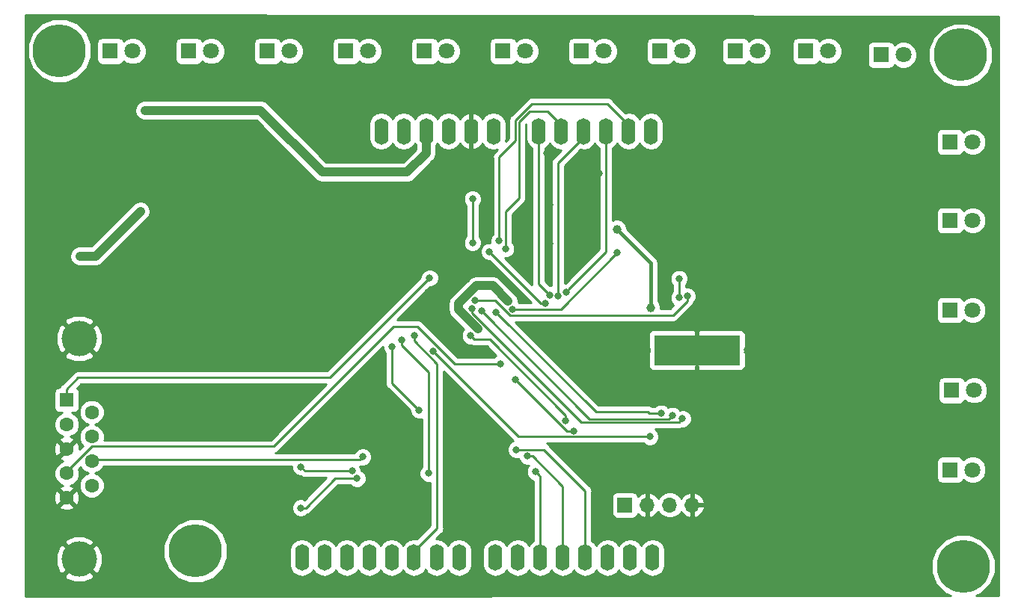
<source format=gbr>
G04 #@! TF.GenerationSoftware,KiCad,Pcbnew,(5.0.2)-1*
G04 #@! TF.CreationDate,2019-03-12T15:58:17+02:00*
G04 #@! TF.ProjectId,ev19dashboardv1,65763139-6461-4736-9862-6f6172647631,rev?*
G04 #@! TF.SameCoordinates,Original*
G04 #@! TF.FileFunction,Copper,L2,Bot*
G04 #@! TF.FilePolarity,Positive*
%FSLAX46Y46*%
G04 Gerber Fmt 4.6, Leading zero omitted, Abs format (unit mm)*
G04 Created by KiCad (PCBNEW (5.0.2)-1) date 3/12/2019 3:58:17 PM*
%MOMM*%
%LPD*%
G01*
G04 APERTURE LIST*
G04 #@! TA.AperFunction,ComponentPad*
%ADD10C,4.000000*%
G04 #@! TD*
G04 #@! TA.AperFunction,ComponentPad*
%ADD11C,1.600000*%
G04 #@! TD*
G04 #@! TA.AperFunction,ComponentPad*
%ADD12R,1.600000X1.600000*%
G04 #@! TD*
G04 #@! TA.AperFunction,ComponentPad*
%ADD13O,1.600000X3.000000*%
G04 #@! TD*
G04 #@! TA.AperFunction,ComponentPad*
%ADD14C,1.800000*%
G04 #@! TD*
G04 #@! TA.AperFunction,ComponentPad*
%ADD15R,1.800000X1.800000*%
G04 #@! TD*
G04 #@! TA.AperFunction,ViaPad*
%ADD16C,0.600000*%
G04 #@! TD*
G04 #@! TA.AperFunction,Conductor*
%ADD17R,9.700000X3.400000*%
G04 #@! TD*
G04 #@! TA.AperFunction,ComponentPad*
%ADD18R,1.700000X1.700000*%
G04 #@! TD*
G04 #@! TA.AperFunction,ComponentPad*
%ADD19O,1.700000X1.700000*%
G04 #@! TD*
G04 #@! TA.AperFunction,ViaPad*
%ADD20C,6.000000*%
G04 #@! TD*
G04 #@! TA.AperFunction,ViaPad*
%ADD21C,0.800000*%
G04 #@! TD*
G04 #@! TA.AperFunction,ViaPad*
%ADD22C,1.000000*%
G04 #@! TD*
G04 #@! TA.AperFunction,Conductor*
%ADD23C,0.250000*%
G04 #@! TD*
G04 #@! TA.AperFunction,Conductor*
%ADD24C,1.000000*%
G04 #@! TD*
G04 #@! TA.AperFunction,Conductor*
%ADD25C,0.400000*%
G04 #@! TD*
G04 #@! TA.AperFunction,Conductor*
%ADD26C,0.254000*%
G04 #@! TD*
G04 APERTURE END LIST*
D10*
G04 #@! TO.P,J1,0*
G04 #@! TO.N,GND*
X99240200Y-68130200D03*
X99240200Y-93130200D03*
D11*
G04 #@! TO.P,J1,9*
G04 #@! TO.N,+BATT*
X100660200Y-84785200D03*
G04 #@! TO.P,J1,8*
G04 #@! TO.N,/SWD_CLK*
X100660200Y-82015200D03*
G04 #@! TO.P,J1,7*
G04 #@! TO.N,/CAN_H*
X100660200Y-79245200D03*
G04 #@! TO.P,J1,6*
G04 #@! TO.N,+5V*
X100660200Y-76475200D03*
G04 #@! TO.P,J1,5*
G04 #@! TO.N,GND*
X97820200Y-86170200D03*
G04 #@! TO.P,J1,4*
G04 #@! TO.N,/SWD_IO*
X97820200Y-83400200D03*
G04 #@! TO.P,J1,3*
G04 #@! TO.N,GND*
X97820200Y-80630200D03*
G04 #@! TO.P,J1,2*
G04 #@! TO.N,/CAN_L*
X97820200Y-77860200D03*
D12*
G04 #@! TO.P,J1,1*
G04 #@! TO.N,/LOG_UART_TX*
X97820200Y-75090200D03*
G04 #@! TD*
D13*
G04 #@! TO.P,U3,27*
G04 #@! TO.N,Net-(U3-Pad27)*
X124450000Y-92960000D03*
G04 #@! TO.P,U3,26*
G04 #@! TO.N,Net-(U3-Pad26)*
X126990000Y-92960000D03*
G04 #@! TO.P,U3,8*
G04 #@! TO.N,/SD_CLK*
X129530000Y-92960000D03*
G04 #@! TO.P,U3,9*
G04 #@! TO.N,/SD_MISO*
X132070000Y-92960000D03*
G04 #@! TO.P,U3,10*
G04 #@! TO.N,/SD_MOSI*
X134610000Y-92960000D03*
G04 #@! TO.P,U3,11*
G04 #@! TO.N,/SD_CS*
X137130000Y-92960000D03*
G04 #@! TO.P,U3,1*
G04 #@! TO.N,/LCD_D1*
X139690000Y-92960000D03*
G04 #@! TO.P,U3,0*
G04 #@! TO.N,/LCD_D0*
X142230000Y-92960000D03*
G04 #@! TO.P,U3,7*
G04 #@! TO.N,/LCD_D7*
X146360000Y-92960000D03*
G04 #@! TO.P,U3,6*
G04 #@! TO.N,/LCD_D6*
X148900000Y-92960000D03*
G04 #@! TO.P,U3,5*
G04 #@! TO.N,/LCD_D5*
X151440000Y-92960000D03*
G04 #@! TO.P,U3,4*
G04 #@! TO.N,/LCD_D4*
X153980000Y-92960000D03*
G04 #@! TO.P,U3,3*
G04 #@! TO.N,/LCD_D3*
X156520000Y-92960000D03*
G04 #@! TO.P,U3,2*
G04 #@! TO.N,/LCD_D2*
X159060000Y-92960000D03*
G04 #@! TO.P,U3,25*
G04 #@! TO.N,Net-(U3-Pad25)*
X161600000Y-92960000D03*
G04 #@! TO.P,U3,24*
G04 #@! TO.N,Net-(U3-Pad24)*
X164140000Y-92960000D03*
G04 #@! TO.P,U3,23*
G04 #@! TO.N,Net-(U3-Pad23)*
X133420000Y-44640000D03*
G04 #@! TO.P,U3,18*
G04 #@! TO.N,+3V3*
X135960000Y-44640000D03*
G04 #@! TO.P,U3,19*
G04 #@! TO.N,+5V*
X138500000Y-44640000D03*
G04 #@! TO.P,U3,22*
G04 #@! TO.N,Net-(U3-Pad22)*
X141040000Y-44640000D03*
G04 #@! TO.P,U3,17*
G04 #@! TO.N,GND*
X143580000Y-44640000D03*
G04 #@! TO.P,U3,21*
G04 #@! TO.N,Net-(U3-Pad21)*
X146120000Y-44640000D03*
G04 #@! TO.P,U3,14*
G04 #@! TO.N,/LCD_RD*
X151250000Y-44640000D03*
G04 #@! TO.P,U3,12*
G04 #@! TO.N,/LCD_WR*
X153790000Y-44640000D03*
G04 #@! TO.P,U3,13*
G04 #@! TO.N,/LCD_RS*
X156330000Y-44640000D03*
G04 #@! TO.P,U3,15*
G04 #@! TO.N,/LCD_CS*
X158870000Y-44640000D03*
G04 #@! TO.P,U3,16*
G04 #@! TO.N,/LCD_RST*
X161410000Y-44640000D03*
G04 #@! TO.P,U3,20*
G04 #@! TO.N,Net-(U3-Pad20)*
X163950000Y-44640000D03*
G04 #@! TD*
D14*
G04 #@! TO.P,D1,2*
G04 #@! TO.N,+5P*
X105300000Y-35560000D03*
D15*
G04 #@! TO.P,D1,1*
G04 #@! TO.N,Net-(D1-Pad1)*
X102760000Y-35560000D03*
G04 #@! TD*
D14*
G04 #@! TO.P,D2,2*
G04 #@! TO.N,+5P*
X114190000Y-35560000D03*
D15*
G04 #@! TO.P,D2,1*
G04 #@! TO.N,Net-(D2-Pad1)*
X111650000Y-35560000D03*
G04 #@! TD*
D14*
G04 #@! TO.P,D3,2*
G04 #@! TO.N,+5P*
X123080000Y-35560000D03*
D15*
G04 #@! TO.P,D3,1*
G04 #@! TO.N,Net-(D3-Pad1)*
X120540000Y-35560000D03*
G04 #@! TD*
D14*
G04 #@! TO.P,D4,2*
G04 #@! TO.N,+5P*
X131970000Y-35560000D03*
D15*
G04 #@! TO.P,D4,1*
G04 #@! TO.N,Net-(D4-Pad1)*
X129430000Y-35560000D03*
G04 #@! TD*
D14*
G04 #@! TO.P,D5,2*
G04 #@! TO.N,+5P*
X140860000Y-35560000D03*
D15*
G04 #@! TO.P,D5,1*
G04 #@! TO.N,Net-(D5-Pad1)*
X138320000Y-35560000D03*
G04 #@! TD*
D14*
G04 #@! TO.P,D6,2*
G04 #@! TO.N,+5P*
X149750000Y-35560000D03*
D15*
G04 #@! TO.P,D6,1*
G04 #@! TO.N,Net-(D6-Pad1)*
X147210000Y-35560000D03*
G04 #@! TD*
D14*
G04 #@! TO.P,D7,2*
G04 #@! TO.N,+5P*
X158640000Y-35560000D03*
D15*
G04 #@! TO.P,D7,1*
G04 #@! TO.N,Net-(D7-Pad1)*
X156100000Y-35560000D03*
G04 #@! TD*
D14*
G04 #@! TO.P,D8,2*
G04 #@! TO.N,+5P*
X167530000Y-35560000D03*
D15*
G04 #@! TO.P,D8,1*
G04 #@! TO.N,Net-(D8-Pad1)*
X164990000Y-35560000D03*
G04 #@! TD*
D14*
G04 #@! TO.P,D9,2*
G04 #@! TO.N,+5P*
X176040000Y-35560000D03*
D15*
G04 #@! TO.P,D9,1*
G04 #@! TO.N,Net-(D9-Pad1)*
X173500000Y-35560000D03*
G04 #@! TD*
D14*
G04 #@! TO.P,D10,2*
G04 #@! TO.N,+5P*
X184040000Y-35560000D03*
D15*
G04 #@! TO.P,D10,1*
G04 #@! TO.N,Net-(D10-Pad1)*
X181500000Y-35560000D03*
G04 #@! TD*
D14*
G04 #@! TO.P,D11,2*
G04 #@! TO.N,+5P*
X192540000Y-36000000D03*
D15*
G04 #@! TO.P,D11,1*
G04 #@! TO.N,Net-(D11-Pad1)*
X190000000Y-36000000D03*
G04 #@! TD*
D14*
G04 #@! TO.P,D12,2*
G04 #@! TO.N,+5P*
X200370000Y-45860000D03*
D15*
G04 #@! TO.P,D12,1*
G04 #@! TO.N,Net-(D12-Pad1)*
X197830000Y-45860000D03*
G04 #@! TD*
D14*
G04 #@! TO.P,D13,2*
G04 #@! TO.N,+5P*
X200370000Y-54750000D03*
D15*
G04 #@! TO.P,D13,1*
G04 #@! TO.N,Net-(D13-Pad1)*
X197830000Y-54750000D03*
G04 #@! TD*
D14*
G04 #@! TO.P,D14,2*
G04 #@! TO.N,+5P*
X200370000Y-64910000D03*
D15*
G04 #@! TO.P,D14,1*
G04 #@! TO.N,Net-(D14-Pad1)*
X197830000Y-64910000D03*
G04 #@! TD*
D14*
G04 #@! TO.P,D15,2*
G04 #@! TO.N,+5P*
X200540000Y-74000000D03*
D15*
G04 #@! TO.P,D15,1*
G04 #@! TO.N,Net-(D15-Pad1)*
X198000000Y-74000000D03*
G04 #@! TD*
D14*
G04 #@! TO.P,D16,2*
G04 #@! TO.N,+5P*
X200370000Y-83000000D03*
D15*
G04 #@! TO.P,D16,1*
G04 #@! TO.N,Net-(D16-Pad1)*
X197830000Y-83000000D03*
G04 #@! TD*
D16*
G04 #@! TO.N,GND*
G04 #@! TO.C,U7*
X164714000Y-70769000D03*
X164714000Y-69469000D03*
X164714000Y-68169000D03*
X166494000Y-68169000D03*
X166494000Y-69469000D03*
X166494000Y-70769000D03*
X168274000Y-68169000D03*
X168274000Y-69469000D03*
X168274000Y-70769000D03*
X170054000Y-68169000D03*
X170054000Y-69469000D03*
X170054000Y-70769000D03*
X171834000Y-68169000D03*
X171834000Y-69469000D03*
X171834000Y-70769000D03*
X173614000Y-68169000D03*
X173614000Y-69469000D03*
X173614000Y-70769000D03*
D17*
X169164000Y-69469000D03*
G04 #@! TD*
D18*
G04 #@! TO.P,J2,1*
G04 #@! TO.N,/button1*
X161000000Y-87000000D03*
D19*
G04 #@! TO.P,J2,2*
G04 #@! TO.N,GND*
X163540000Y-87000000D03*
G04 #@! TO.P,J2,3*
G04 #@! TO.N,/button2*
X166080000Y-87000000D03*
G04 #@! TO.P,J2,4*
G04 #@! TO.N,GND*
X168620000Y-87000000D03*
G04 #@! TD*
D20*
G04 #@! TO.N,*
X199300000Y-93950000D03*
X199000000Y-36000000D03*
X97000000Y-35500000D03*
X112395000Y-92202000D03*
D21*
G04 #@! TO.N,/BOOT0*
X160147000Y-58420000D03*
X148289041Y-64816959D03*
G04 #@! TO.N,+3V3*
X145643600Y-62138633D03*
X147802600Y-63906400D03*
X142163800Y-64846200D03*
X144348200Y-67030596D03*
D22*
X163913000Y-64643000D03*
X160083500Y-55753000D03*
D21*
G04 #@! TO.N,GND*
X140843000Y-72644000D03*
X138684000Y-62865000D03*
X152527000Y-52959000D03*
X162814000Y-71120000D03*
X161798000Y-73533000D03*
X175387000Y-69469000D03*
X152146000Y-47117000D03*
X150114000Y-46736000D03*
X155448000Y-48387000D03*
X158115000Y-49403000D03*
X160528000Y-48514000D03*
X168275000Y-49911000D03*
X167767000Y-54991000D03*
X163449000Y-52324000D03*
X165481000Y-49022000D03*
X167894000Y-46736000D03*
X171069000Y-48133000D03*
X173355000Y-53721000D03*
X172974000Y-54864000D03*
X169545000Y-52324000D03*
X179705000Y-47879000D03*
X183134000Y-51181000D03*
X184150000Y-56261000D03*
X179959000Y-58547000D03*
X178562000Y-52578000D03*
X174625000Y-46863000D03*
X173355000Y-48895000D03*
X176276000Y-51562000D03*
X176784000Y-56007000D03*
X172974000Y-59055000D03*
X185293000Y-45974000D03*
X183261000Y-44577000D03*
X181102000Y-44704000D03*
X141732000Y-48641000D03*
X143764000Y-48641000D03*
X144145000Y-49911000D03*
X144526000Y-50927000D03*
X134239000Y-53848000D03*
X126873000Y-57912000D03*
X124206000Y-55118000D03*
X129921000Y-54102000D03*
X130937000Y-57912000D03*
X130556000Y-62357000D03*
X120015000Y-62230000D03*
X120269000Y-66929000D03*
X116840000Y-61214000D03*
X112903000Y-65151000D03*
X113157000Y-68326000D03*
X117475000Y-68326000D03*
X118110000Y-69342000D03*
X147193000Y-81153000D03*
X146939000Y-85344000D03*
X147828000Y-86106000D03*
X148463000Y-83947000D03*
X134112000Y-85090000D03*
X133096000Y-86614000D03*
X134874000Y-80899000D03*
X135890000Y-85471000D03*
X135763000Y-89281000D03*
X161000000Y-84000000D03*
X165989000Y-83947000D03*
X169000000Y-84000000D03*
X169000000Y-91000000D03*
X163068000Y-89789000D03*
X166000000Y-90000000D03*
X189103000Y-91059000D03*
X189230000Y-93345000D03*
X189230000Y-85344000D03*
X185801000Y-85471000D03*
X181864000Y-84963000D03*
X177292000Y-84836000D03*
X118491000Y-77470000D03*
X114046000Y-75565000D03*
X112395000Y-74676000D03*
X110109000Y-77597000D03*
X113030000Y-78740000D03*
X105410000Y-60325000D03*
X118999000Y-90805000D03*
X120396000Y-93599000D03*
X120777000Y-91059000D03*
X153670000Y-69850000D03*
X152463500Y-57404000D03*
G04 #@! TO.N,+5V*
X106680000Y-42291000D03*
G04 #@! TO.N,/LOG_UART_TX*
X138912600Y-61264800D03*
G04 #@! TO.N,/SWD_IO*
X146892805Y-70986869D03*
G04 #@! TO.N,/SWD_CLK*
X131335010Y-81538962D03*
G04 #@! TO.N,+BATT*
X99314000Y-58801000D03*
X106172000Y-53721000D03*
G04 #@! TO.N,/LCD_D0*
X137693400Y-76250800D03*
X134670800Y-69088000D03*
G04 #@! TO.N,/LCD_D1*
X135712200Y-68300600D03*
X138760200Y-83413600D03*
G04 #@! TO.N,/SD_CS*
X137160000Y-67767200D03*
G04 #@! TO.N,/CAN_RX*
X124333000Y-82702400D03*
X130137221Y-83155902D03*
G04 #@! TO.N,/CAN_TX*
X124307600Y-87325200D03*
X130683000Y-83997800D03*
G04 #@! TO.N,/LCD_D3*
X148691602Y-80721200D03*
G04 #@! TO.N,/LCD_D4*
X149961600Y-81457800D03*
G04 #@! TO.N,/LCD_D5*
X150876000Y-83235800D03*
G04 #@! TO.N,/LCD_RST*
X146786600Y-57048400D03*
G04 #@! TO.N,/LCD_CS*
X154330400Y-62865000D03*
G04 #@! TO.N,/LCD_RS*
X153410259Y-63293230D03*
G04 #@! TO.N,/LCD_WR*
X147523200Y-57962800D03*
G04 #@! TO.N,/LCD_RD*
X152488590Y-63193837D03*
G04 #@! TO.N,/GS*
X148590000Y-72771000D03*
X155194000Y-78595990D03*
G04 #@! TO.N,/XERR*
X143510000Y-67818000D03*
X154305000Y-77470000D03*
G04 #@! TO.N,/BLANK*
X163830000Y-79248000D03*
X139319000Y-69596000D03*
G04 #@! TO.N,/LED_MOSI*
X167513000Y-77216000D03*
X143713072Y-64726215D03*
G04 #@! TO.N,/LED_MISO*
X143994781Y-63843044D03*
X168055495Y-63318612D03*
G04 #@! TO.N,/LED_CLK*
X166370000Y-76835000D03*
X144780000Y-65024000D03*
G04 #@! TO.N,/XLAT*
X146431000Y-65151000D03*
X165100000Y-76581000D03*
G04 #@! TO.N,/DCPRG*
X143764000Y-57277000D03*
X143764000Y-52324000D03*
X167132000Y-61341000D03*
X167132000Y-63517010D03*
G04 #@! TO.N,/VPRG*
X145669000Y-58293000D03*
X152019000Y-64135000D03*
G04 #@! TD*
D23*
G04 #@! TO.N,/BOOT0*
X160147000Y-58420000D02*
X153750041Y-64816959D01*
X153750041Y-64816959D02*
X148289041Y-64816959D01*
D24*
G04 #@! TO.N,+3V3*
X146034833Y-62138633D02*
X147802600Y-63906400D01*
X145643600Y-62138633D02*
X146034833Y-62138633D01*
X142163800Y-64846200D02*
X144348196Y-67030596D01*
X144348196Y-67030596D02*
X144348200Y-67030596D01*
X145077915Y-62138633D02*
X145643600Y-62138633D01*
X142163800Y-64177964D02*
X144203131Y-62138633D01*
X142163800Y-64846200D02*
X142163800Y-64177964D01*
X144203131Y-62138633D02*
X145077915Y-62138633D01*
D25*
X163913000Y-64643000D02*
X163913000Y-59582500D01*
X163913000Y-59582500D02*
X160083500Y-55753000D01*
D24*
G04 #@! TO.N,+5V*
X138500000Y-47140000D02*
X136364000Y-49276000D01*
X138500000Y-44640000D02*
X138500000Y-47140000D01*
X136364000Y-49276000D02*
X126746000Y-49276000D01*
X126746000Y-49276000D02*
X119761000Y-42291000D01*
X119761000Y-42291000D02*
X106680000Y-42291000D01*
D23*
G04 #@! TO.N,/LOG_UART_TX*
X97790000Y-73880000D02*
X97790000Y-74930000D01*
X99102200Y-72567800D02*
X97790000Y-73880000D01*
X138912600Y-61264800D02*
X127609600Y-72567800D01*
X127609600Y-72567800D02*
X99102200Y-72567800D01*
G04 #@! TO.N,/SWD_IO*
X121234200Y-80365600D02*
X134823200Y-66776600D01*
X100664400Y-80365600D02*
X121234200Y-80365600D01*
X134823200Y-66776600D02*
X137541000Y-66776600D01*
X137541000Y-66776600D02*
X141751269Y-70986869D01*
X146327120Y-70986869D02*
X146892805Y-70986869D01*
X97790000Y-83240000D02*
X100664400Y-80365600D01*
X141751269Y-70986869D02*
X146327120Y-70986869D01*
G04 #@! TO.N,/SWD_CLK*
X100630000Y-81855000D02*
X131018972Y-81855000D01*
X131018972Y-81855000D02*
X131335010Y-81538962D01*
D24*
G04 #@! TO.N,+BATT*
X99314000Y-58801000D02*
X101092000Y-58801000D01*
X101092000Y-58801000D02*
X106172000Y-53721000D01*
D23*
G04 #@! TO.N,/LCD_D0*
X137693400Y-76250800D02*
X134670800Y-73228200D01*
X134670800Y-73228200D02*
X134670800Y-69088000D01*
G04 #@! TO.N,/LCD_D1*
X135712200Y-68866285D02*
X138760200Y-71914285D01*
X135712200Y-68300600D02*
X135712200Y-68866285D01*
X138760200Y-71914285D02*
X138760200Y-83413600D01*
G04 #@! TO.N,/SD_CS*
X137130000Y-92260000D02*
X137130000Y-92960000D01*
X139750800Y-70992764D02*
X139750800Y-89639200D01*
X137160000Y-68401964D02*
X139750800Y-70992764D01*
X139750800Y-89639200D02*
X137130000Y-92260000D01*
X137160000Y-67767200D02*
X137160000Y-68401964D01*
G04 #@! TO.N,/CAN_RX*
X129571536Y-83155902D02*
X130137221Y-83155902D01*
X124786502Y-83155902D02*
X129571536Y-83155902D01*
X124333000Y-82702400D02*
X124786502Y-83155902D01*
G04 #@! TO.N,/CAN_TX*
X124873285Y-87325200D02*
X124307600Y-87325200D01*
X130683000Y-83997800D02*
X128200685Y-83997800D01*
X128200685Y-83997800D02*
X124873285Y-87325200D01*
G04 #@! TO.N,/LCD_D3*
X156520000Y-85400000D02*
X151841200Y-80721200D01*
X149257287Y-80721200D02*
X148691602Y-80721200D01*
X156520000Y-92960000D02*
X156520000Y-85400000D01*
X151841200Y-80721200D02*
X149257287Y-80721200D01*
G04 #@! TO.N,/LCD_D4*
X153980000Y-84910515D02*
X150527285Y-81457800D01*
X153980000Y-92960000D02*
X153980000Y-84910515D01*
X150527285Y-81457800D02*
X149961600Y-81457800D01*
G04 #@! TO.N,/LCD_D5*
X151275999Y-83635799D02*
X150876000Y-83235800D01*
X151440000Y-83799800D02*
X151275999Y-83635799D01*
X151440000Y-92960000D02*
X151440000Y-83799800D01*
G04 #@! TO.N,/LCD_RST*
X148644790Y-43404610D02*
X150469600Y-41579800D01*
X159049800Y-41579800D02*
X161410000Y-43940000D01*
X161410000Y-43940000D02*
X161410000Y-44640000D01*
X148644789Y-45716011D02*
X148644790Y-43404610D01*
X146786600Y-47574200D02*
X148644789Y-45716011D01*
X150469600Y-41579800D02*
X159049800Y-41579800D01*
X146786600Y-57048400D02*
X146786600Y-47574200D01*
G04 #@! TO.N,/LCD_CS*
X158870000Y-44640000D02*
X158870000Y-58325400D01*
X158870000Y-58325400D02*
X154730399Y-62465001D01*
X154730399Y-62465001D02*
X154330400Y-62865000D01*
G04 #@! TO.N,/LCD_RS*
X153410259Y-62727545D02*
X153410259Y-63293230D01*
X153410259Y-48259741D02*
X153410259Y-62727545D01*
X156330000Y-44640000D02*
X156330000Y-45340000D01*
X156330000Y-45340000D02*
X153410259Y-48259741D01*
G04 #@! TO.N,/LCD_WR*
X147523200Y-57962800D02*
X147523200Y-54330600D01*
X147523200Y-54330600D02*
X147523200Y-54178200D01*
X153790000Y-43940000D02*
X153790000Y-44640000D01*
X147523200Y-53721000D02*
X149021800Y-52222400D01*
X147523200Y-54330600D02*
X147523200Y-53721000D01*
X149021800Y-52222400D02*
X149021800Y-43560774D01*
X149021800Y-43560774D02*
X150189974Y-42392600D01*
X150189974Y-42392600D02*
X152242600Y-42392600D01*
X152242600Y-42392600D02*
X153790000Y-43940000D01*
G04 #@! TO.N,/LCD_RD*
X151250000Y-61955247D02*
X152088591Y-62793838D01*
X151250000Y-44640000D02*
X151250000Y-61955247D01*
X152088591Y-62793838D02*
X152488590Y-63193837D01*
G04 #@! TO.N,/GS*
X148590000Y-72771000D02*
X154414990Y-78595990D01*
X154414990Y-78595990D02*
X155194000Y-78595990D01*
G04 #@! TO.N,/XERR*
X143909999Y-68217999D02*
X145687999Y-68217999D01*
X143510000Y-67818000D02*
X143909999Y-68217999D01*
X145687999Y-68217999D02*
X154305000Y-76835000D01*
X154305000Y-76835000D02*
X154305000Y-77470000D01*
G04 #@! TO.N,/BLANK*
X148971000Y-79248000D02*
X139319000Y-69596000D01*
X163830000Y-79248000D02*
X148971000Y-79248000D01*
G04 #@! TO.N,/LED_MOSI*
X143713072Y-65291900D02*
X143713072Y-64726215D01*
X167113001Y-77615999D02*
X156037171Y-77615999D01*
X167513000Y-77216000D02*
X167113001Y-77615999D01*
X156037171Y-77615999D02*
X143713072Y-65291900D01*
G04 #@! TO.N,/LED_MISO*
X146350164Y-63843044D02*
X147976080Y-65468960D01*
X147976080Y-65468960D02*
X166470832Y-65468960D01*
X168055495Y-63884297D02*
X168055495Y-63318612D01*
X166470832Y-65468960D02*
X168055495Y-63884297D01*
X143994781Y-63843044D02*
X146350164Y-63843044D01*
G04 #@! TO.N,/LED_CLK*
X156990999Y-77234999D02*
X144780000Y-65024000D01*
X166370000Y-76835000D02*
X165970001Y-77234999D01*
X165970001Y-77234999D02*
X156990999Y-77234999D01*
G04 #@! TO.N,/XLAT*
X146431000Y-65151000D02*
X157716999Y-76436999D01*
X164534315Y-76581000D02*
X165100000Y-76581000D01*
X163778962Y-76581000D02*
X164534315Y-76581000D01*
X163634961Y-76436999D02*
X163778962Y-76581000D01*
X157716999Y-76436999D02*
X163634961Y-76436999D01*
G04 #@! TO.N,/DCPRG*
X143764000Y-57277000D02*
X143764000Y-52324000D01*
X167132000Y-61341000D02*
X167132000Y-63517010D01*
G04 #@! TO.N,/VPRG*
X145669000Y-58293000D02*
X151511000Y-64135000D01*
X151511000Y-64135000D02*
X152019000Y-64135000D01*
G04 #@! TD*
D26*
G04 #@! TO.N,GND*
G36*
X203290001Y-31609363D02*
X203290000Y-97290318D01*
X200731702Y-97291465D01*
X201359062Y-97031604D01*
X202381604Y-96009062D01*
X202935000Y-94673046D01*
X202935000Y-93226954D01*
X202381604Y-91890938D01*
X201359062Y-90868396D01*
X200023046Y-90315000D01*
X198576954Y-90315000D01*
X197240938Y-90868396D01*
X196218396Y-91890938D01*
X195665000Y-93226954D01*
X195665000Y-94673046D01*
X196218396Y-96009062D01*
X197240938Y-97031604D01*
X197871393Y-97292747D01*
X93160000Y-97339682D01*
X93160000Y-95005222D01*
X97544784Y-95005222D01*
X97765553Y-95375943D01*
X98737212Y-95769319D01*
X99785447Y-95760913D01*
X100714847Y-95375943D01*
X100935616Y-95005222D01*
X99240200Y-93309805D01*
X97544784Y-95005222D01*
X93160000Y-95005222D01*
X93160000Y-92627212D01*
X96601081Y-92627212D01*
X96609487Y-93675447D01*
X96994457Y-94604847D01*
X97365178Y-94825616D01*
X99060595Y-93130200D01*
X99419805Y-93130200D01*
X101115222Y-94825616D01*
X101485943Y-94604847D01*
X101879319Y-93633188D01*
X101870913Y-92584953D01*
X101485943Y-91655553D01*
X101189394Y-91478954D01*
X108760000Y-91478954D01*
X108760000Y-92925046D01*
X109313396Y-94261062D01*
X110335938Y-95283604D01*
X111671954Y-95837000D01*
X113118046Y-95837000D01*
X114454062Y-95283604D01*
X115476604Y-94261062D01*
X116030000Y-92925046D01*
X116030000Y-91478954D01*
X115476604Y-90142938D01*
X114454062Y-89120396D01*
X113118046Y-88567000D01*
X111671954Y-88567000D01*
X110335938Y-89120396D01*
X109313396Y-90142938D01*
X108760000Y-91478954D01*
X101189394Y-91478954D01*
X101115222Y-91434784D01*
X99419805Y-93130200D01*
X99060595Y-93130200D01*
X97365178Y-91434784D01*
X96994457Y-91655553D01*
X96601081Y-92627212D01*
X93160000Y-92627212D01*
X93160000Y-91255178D01*
X97544784Y-91255178D01*
X99240200Y-92950595D01*
X100935616Y-91255178D01*
X100714847Y-90884457D01*
X99743188Y-90491081D01*
X98694953Y-90499487D01*
X97765553Y-90884457D01*
X97544784Y-91255178D01*
X93160000Y-91255178D01*
X93160000Y-87177945D01*
X96992061Y-87177945D01*
X97066195Y-87424064D01*
X97603423Y-87617165D01*
X98173654Y-87589978D01*
X98574205Y-87424064D01*
X98648339Y-87177945D01*
X97820200Y-86349805D01*
X96992061Y-87177945D01*
X93160000Y-87177945D01*
X93160000Y-85953423D01*
X96373235Y-85953423D01*
X96400422Y-86523654D01*
X96566336Y-86924205D01*
X96812455Y-86998339D01*
X97640595Y-86170200D01*
X97999805Y-86170200D01*
X98827945Y-86998339D01*
X99074064Y-86924205D01*
X99267165Y-86386977D01*
X99239978Y-85816746D01*
X99074064Y-85416195D01*
X98827945Y-85342061D01*
X97999805Y-86170200D01*
X97640595Y-86170200D01*
X96812455Y-85342061D01*
X96566336Y-85416195D01*
X96373235Y-85953423D01*
X93160000Y-85953423D01*
X93160000Y-80413423D01*
X96373235Y-80413423D01*
X96400422Y-80983654D01*
X96566336Y-81384205D01*
X96812455Y-81458339D01*
X97640595Y-80630200D01*
X96812455Y-79802061D01*
X96566336Y-79876195D01*
X96373235Y-80413423D01*
X93160000Y-80413423D01*
X93160000Y-74290200D01*
X96372760Y-74290200D01*
X96372760Y-75890200D01*
X96422043Y-76137965D01*
X96562391Y-76348009D01*
X96772435Y-76488357D01*
X97020200Y-76537640D01*
X97263307Y-76537640D01*
X97007338Y-76643666D01*
X96603666Y-77047338D01*
X96385200Y-77574761D01*
X96385200Y-78145639D01*
X96603666Y-78673062D01*
X97007338Y-79076734D01*
X97398418Y-79238725D01*
X97066195Y-79376336D01*
X96992061Y-79622455D01*
X97820200Y-80450595D01*
X98648339Y-79622455D01*
X98574205Y-79376336D01*
X98218461Y-79248468D01*
X98633062Y-79076734D01*
X99036734Y-78673062D01*
X99255200Y-78145639D01*
X99255200Y-77574761D01*
X99036734Y-77047338D01*
X98633062Y-76643666D01*
X98377093Y-76537640D01*
X98620200Y-76537640D01*
X98867965Y-76488357D01*
X99078009Y-76348009D01*
X99218357Y-76137965D01*
X99267640Y-75890200D01*
X99267640Y-74290200D01*
X99218357Y-74042435D01*
X99078009Y-73832391D01*
X98978740Y-73766061D01*
X99417002Y-73327800D01*
X127197199Y-73327800D01*
X120919399Y-79605600D01*
X102064150Y-79605600D01*
X102095200Y-79530639D01*
X102095200Y-78959761D01*
X101876734Y-78432338D01*
X101473062Y-78028666D01*
X101066350Y-77860200D01*
X101473062Y-77691734D01*
X101876734Y-77288062D01*
X102095200Y-76760639D01*
X102095200Y-76189761D01*
X101876734Y-75662338D01*
X101473062Y-75258666D01*
X100945639Y-75040200D01*
X100374761Y-75040200D01*
X99847338Y-75258666D01*
X99443666Y-75662338D01*
X99225200Y-76189761D01*
X99225200Y-76760639D01*
X99443666Y-77288062D01*
X99847338Y-77691734D01*
X100254050Y-77860200D01*
X99847338Y-78028666D01*
X99443666Y-78432338D01*
X99225200Y-78959761D01*
X99225200Y-79530639D01*
X99443666Y-80058062D01*
X99670401Y-80284797D01*
X99259932Y-80695266D01*
X99239978Y-80276746D01*
X99074064Y-79876195D01*
X98827945Y-79802061D01*
X97999805Y-80630200D01*
X98013948Y-80644342D01*
X97834342Y-80823948D01*
X97820200Y-80809805D01*
X96992061Y-81637945D01*
X97066195Y-81884064D01*
X97421939Y-82011932D01*
X97007338Y-82183666D01*
X96603666Y-82587338D01*
X96385200Y-83114761D01*
X96385200Y-83685639D01*
X96603666Y-84213062D01*
X97007338Y-84616734D01*
X97398418Y-84778725D01*
X97066195Y-84916336D01*
X96992061Y-85162455D01*
X97820200Y-85990595D01*
X98648339Y-85162455D01*
X98574205Y-84916336D01*
X98218461Y-84788468D01*
X98633062Y-84616734D01*
X99036734Y-84213062D01*
X99255200Y-83685639D01*
X99255200Y-83114761D01*
X99177537Y-82927265D01*
X99394774Y-82710027D01*
X99443666Y-82828062D01*
X99847338Y-83231734D01*
X100254050Y-83400200D01*
X99847338Y-83568666D01*
X99443666Y-83972338D01*
X99225200Y-84499761D01*
X99225200Y-85070639D01*
X99443666Y-85598062D01*
X99847338Y-86001734D01*
X100374761Y-86220200D01*
X100945639Y-86220200D01*
X101473062Y-86001734D01*
X101876734Y-85598062D01*
X102095200Y-85070639D01*
X102095200Y-84499761D01*
X101876734Y-83972338D01*
X101473062Y-83568666D01*
X101066350Y-83400200D01*
X101473062Y-83231734D01*
X101876734Y-82828062D01*
X101964987Y-82615000D01*
X123298000Y-82615000D01*
X123298000Y-82908274D01*
X123455569Y-83288680D01*
X123746720Y-83579831D01*
X124127126Y-83737400D01*
X124288812Y-83737400D01*
X124382199Y-83799799D01*
X124489964Y-83871806D01*
X124538107Y-83881382D01*
X124711650Y-83915902D01*
X124711654Y-83915902D01*
X124786502Y-83930790D01*
X124861350Y-83915902D01*
X127207781Y-83915902D01*
X124739755Y-86383929D01*
X124513474Y-86290200D01*
X124101726Y-86290200D01*
X123721320Y-86447769D01*
X123430169Y-86738920D01*
X123272600Y-87119326D01*
X123272600Y-87531074D01*
X123430169Y-87911480D01*
X123721320Y-88202631D01*
X124101726Y-88360200D01*
X124513474Y-88360200D01*
X124893880Y-88202631D01*
X125026997Y-88069514D01*
X125169822Y-88041104D01*
X125421214Y-87873129D01*
X125463616Y-87809670D01*
X128515487Y-84757800D01*
X129979289Y-84757800D01*
X130096720Y-84875231D01*
X130477126Y-85032800D01*
X130888874Y-85032800D01*
X131269280Y-84875231D01*
X131560431Y-84584080D01*
X131718000Y-84203674D01*
X131718000Y-83791926D01*
X131560431Y-83411520D01*
X131269280Y-83120369D01*
X131172221Y-83080166D01*
X131172221Y-82950028D01*
X131038044Y-82626094D01*
X131093819Y-82615000D01*
X131093824Y-82615000D01*
X131300135Y-82573962D01*
X131540884Y-82573962D01*
X131921290Y-82416393D01*
X132212441Y-82125242D01*
X132370010Y-81744836D01*
X132370010Y-81333088D01*
X132212441Y-80952682D01*
X131921290Y-80661531D01*
X131540884Y-80503962D01*
X131129136Y-80503962D01*
X130748730Y-80661531D01*
X130457579Y-80952682D01*
X130398629Y-81095000D01*
X121462888Y-81095000D01*
X121530737Y-81081504D01*
X121782129Y-80913529D01*
X121824531Y-80850070D01*
X133635800Y-69038802D01*
X133635800Y-69293874D01*
X133793369Y-69674280D01*
X133910801Y-69791712D01*
X133910800Y-73153353D01*
X133895912Y-73228200D01*
X133910800Y-73303047D01*
X133910800Y-73303051D01*
X133954896Y-73524736D01*
X134122871Y-73776129D01*
X134186330Y-73818531D01*
X136658400Y-76290602D01*
X136658400Y-76456674D01*
X136815969Y-76837080D01*
X137107120Y-77128231D01*
X137487526Y-77285800D01*
X137899274Y-77285800D01*
X138000200Y-77243995D01*
X138000201Y-82709888D01*
X137882769Y-82827320D01*
X137725200Y-83207726D01*
X137725200Y-83619474D01*
X137882769Y-83999880D01*
X138173920Y-84291031D01*
X138554326Y-84448600D01*
X138966074Y-84448600D01*
X138990801Y-84438358D01*
X138990801Y-89324397D01*
X137453886Y-90861312D01*
X137130000Y-90796887D01*
X136570091Y-90908260D01*
X136095423Y-91225424D01*
X135870000Y-91562793D01*
X135644576Y-91225423D01*
X135169908Y-90908260D01*
X134610000Y-90796887D01*
X134050091Y-90908260D01*
X133575423Y-91225424D01*
X133340000Y-91577759D01*
X133104576Y-91225423D01*
X132629908Y-90908260D01*
X132070000Y-90796887D01*
X131510091Y-90908260D01*
X131035423Y-91225424D01*
X130800000Y-91577759D01*
X130564576Y-91225423D01*
X130089908Y-90908260D01*
X129530000Y-90796887D01*
X128970091Y-90908260D01*
X128495423Y-91225424D01*
X128260000Y-91577759D01*
X128024576Y-91225423D01*
X127549908Y-90908260D01*
X126990000Y-90796887D01*
X126430091Y-90908260D01*
X125955423Y-91225424D01*
X125720000Y-91577759D01*
X125484576Y-91225423D01*
X125009908Y-90908260D01*
X124450000Y-90796887D01*
X123890091Y-90908260D01*
X123415423Y-91225424D01*
X123098260Y-91700092D01*
X123015000Y-92118668D01*
X123015000Y-93801333D01*
X123098261Y-94219909D01*
X123415424Y-94694577D01*
X123890092Y-95011740D01*
X124450000Y-95123113D01*
X125009909Y-95011740D01*
X125484577Y-94694577D01*
X125720001Y-94342241D01*
X125955424Y-94694577D01*
X126430092Y-95011740D01*
X126990000Y-95123113D01*
X127549909Y-95011740D01*
X128024577Y-94694577D01*
X128260001Y-94342241D01*
X128495424Y-94694577D01*
X128970092Y-95011740D01*
X129530000Y-95123113D01*
X130089909Y-95011740D01*
X130564577Y-94694577D01*
X130800001Y-94342241D01*
X131035424Y-94694577D01*
X131510092Y-95011740D01*
X132070000Y-95123113D01*
X132629909Y-95011740D01*
X133104577Y-94694577D01*
X133340001Y-94342241D01*
X133575424Y-94694577D01*
X134050092Y-95011740D01*
X134610000Y-95123113D01*
X135169909Y-95011740D01*
X135644577Y-94694577D01*
X135870001Y-94357207D01*
X136095424Y-94694577D01*
X136570092Y-95011740D01*
X137130000Y-95123113D01*
X137689909Y-95011740D01*
X138164577Y-94694577D01*
X138410001Y-94327275D01*
X138655424Y-94694577D01*
X139130092Y-95011740D01*
X139690000Y-95123113D01*
X140249909Y-95011740D01*
X140724577Y-94694577D01*
X140960001Y-94342241D01*
X141195424Y-94694577D01*
X141670092Y-95011740D01*
X142230000Y-95123113D01*
X142789909Y-95011740D01*
X143264577Y-94694577D01*
X143581740Y-94219909D01*
X143665000Y-93801333D01*
X143665000Y-92118667D01*
X143581740Y-91700091D01*
X143264576Y-91225423D01*
X142789908Y-90908260D01*
X142230000Y-90796887D01*
X141670091Y-90908260D01*
X141195423Y-91225424D01*
X140960000Y-91577759D01*
X140724576Y-91225423D01*
X140249908Y-90908260D01*
X139690000Y-90796887D01*
X139662431Y-90802371D01*
X140235273Y-90229529D01*
X140298729Y-90187129D01*
X140466704Y-89935737D01*
X140510800Y-89714052D01*
X140510800Y-89714047D01*
X140525688Y-89639200D01*
X140510800Y-89564353D01*
X140510800Y-71862601D01*
X148378721Y-79730524D01*
X148105322Y-79843769D01*
X147814171Y-80134920D01*
X147656602Y-80515326D01*
X147656602Y-80927074D01*
X147814171Y-81307480D01*
X148105322Y-81598631D01*
X148485728Y-81756200D01*
X148897476Y-81756200D01*
X148955048Y-81732353D01*
X149084169Y-82044080D01*
X149375320Y-82335231D01*
X149755726Y-82492800D01*
X150155289Y-82492800D01*
X149998569Y-82649520D01*
X149841000Y-83029926D01*
X149841000Y-83441674D01*
X149998569Y-83822080D01*
X150289720Y-84113231D01*
X150670126Y-84270800D01*
X150680001Y-84270800D01*
X150680000Y-91041957D01*
X150405423Y-91225424D01*
X150170000Y-91577759D01*
X149934576Y-91225423D01*
X149459908Y-90908260D01*
X148900000Y-90796887D01*
X148340091Y-90908260D01*
X147865423Y-91225424D01*
X147630000Y-91577759D01*
X147394576Y-91225423D01*
X146919908Y-90908260D01*
X146360000Y-90796887D01*
X145800091Y-90908260D01*
X145325423Y-91225424D01*
X145008260Y-91700092D01*
X144925000Y-92118668D01*
X144925000Y-93801333D01*
X145008261Y-94219909D01*
X145325424Y-94694577D01*
X145800092Y-95011740D01*
X146360000Y-95123113D01*
X146919909Y-95011740D01*
X147394577Y-94694577D01*
X147630001Y-94342241D01*
X147865424Y-94694577D01*
X148340092Y-95011740D01*
X148900000Y-95123113D01*
X149459909Y-95011740D01*
X149934577Y-94694577D01*
X150170001Y-94342241D01*
X150405424Y-94694577D01*
X150880092Y-95011740D01*
X151440000Y-95123113D01*
X151999909Y-95011740D01*
X152474577Y-94694577D01*
X152710001Y-94342241D01*
X152945424Y-94694577D01*
X153420092Y-95011740D01*
X153980000Y-95123113D01*
X154539909Y-95011740D01*
X155014577Y-94694577D01*
X155250001Y-94342241D01*
X155485424Y-94694577D01*
X155960092Y-95011740D01*
X156520000Y-95123113D01*
X157079909Y-95011740D01*
X157554577Y-94694577D01*
X157790001Y-94342241D01*
X158025424Y-94694577D01*
X158500092Y-95011740D01*
X159060000Y-95123113D01*
X159619909Y-95011740D01*
X160094577Y-94694577D01*
X160330001Y-94342241D01*
X160565424Y-94694577D01*
X161040092Y-95011740D01*
X161600000Y-95123113D01*
X162159909Y-95011740D01*
X162634577Y-94694577D01*
X162870001Y-94342241D01*
X163105424Y-94694577D01*
X163580092Y-95011740D01*
X164140000Y-95123113D01*
X164699909Y-95011740D01*
X165174577Y-94694577D01*
X165491740Y-94219909D01*
X165575000Y-93801333D01*
X165575000Y-92118667D01*
X165491740Y-91700091D01*
X165174576Y-91225423D01*
X164699908Y-90908260D01*
X164140000Y-90796887D01*
X163580091Y-90908260D01*
X163105423Y-91225424D01*
X162870000Y-91577759D01*
X162634576Y-91225423D01*
X162159908Y-90908260D01*
X161600000Y-90796887D01*
X161040091Y-90908260D01*
X160565423Y-91225424D01*
X160330000Y-91577759D01*
X160094576Y-91225423D01*
X159619908Y-90908260D01*
X159060000Y-90796887D01*
X158500091Y-90908260D01*
X158025423Y-91225424D01*
X157790000Y-91577759D01*
X157554576Y-91225423D01*
X157280000Y-91041957D01*
X157280000Y-86150000D01*
X159502560Y-86150000D01*
X159502560Y-87850000D01*
X159551843Y-88097765D01*
X159692191Y-88307809D01*
X159902235Y-88448157D01*
X160150000Y-88497440D01*
X161850000Y-88497440D01*
X162097765Y-88448157D01*
X162307809Y-88307809D01*
X162448157Y-88097765D01*
X162468739Y-87994292D01*
X162773076Y-88271645D01*
X163183110Y-88441476D01*
X163413000Y-88320155D01*
X163413000Y-87127000D01*
X163393000Y-87127000D01*
X163393000Y-86873000D01*
X163413000Y-86873000D01*
X163413000Y-85679845D01*
X163667000Y-85679845D01*
X163667000Y-86873000D01*
X163687000Y-86873000D01*
X163687000Y-87127000D01*
X163667000Y-87127000D01*
X163667000Y-88320155D01*
X163896890Y-88441476D01*
X164306924Y-88271645D01*
X164735183Y-87881358D01*
X164796157Y-87751522D01*
X165009375Y-88070625D01*
X165500582Y-88398839D01*
X165933744Y-88485000D01*
X166226256Y-88485000D01*
X166659418Y-88398839D01*
X167150625Y-88070625D01*
X167363843Y-87751522D01*
X167424817Y-87881358D01*
X167853076Y-88271645D01*
X168263110Y-88441476D01*
X168493000Y-88320155D01*
X168493000Y-87127000D01*
X168747000Y-87127000D01*
X168747000Y-88320155D01*
X168976890Y-88441476D01*
X169386924Y-88271645D01*
X169815183Y-87881358D01*
X170061486Y-87356892D01*
X169940819Y-87127000D01*
X168747000Y-87127000D01*
X168493000Y-87127000D01*
X168473000Y-87127000D01*
X168473000Y-86873000D01*
X168493000Y-86873000D01*
X168493000Y-85679845D01*
X168747000Y-85679845D01*
X168747000Y-86873000D01*
X169940819Y-86873000D01*
X170061486Y-86643108D01*
X169815183Y-86118642D01*
X169386924Y-85728355D01*
X168976890Y-85558524D01*
X168747000Y-85679845D01*
X168493000Y-85679845D01*
X168263110Y-85558524D01*
X167853076Y-85728355D01*
X167424817Y-86118642D01*
X167363843Y-86248478D01*
X167150625Y-85929375D01*
X166659418Y-85601161D01*
X166226256Y-85515000D01*
X165933744Y-85515000D01*
X165500582Y-85601161D01*
X165009375Y-85929375D01*
X164796157Y-86248478D01*
X164735183Y-86118642D01*
X164306924Y-85728355D01*
X163896890Y-85558524D01*
X163667000Y-85679845D01*
X163413000Y-85679845D01*
X163183110Y-85558524D01*
X162773076Y-85728355D01*
X162468739Y-86005708D01*
X162448157Y-85902235D01*
X162307809Y-85692191D01*
X162097765Y-85551843D01*
X161850000Y-85502560D01*
X160150000Y-85502560D01*
X159902235Y-85551843D01*
X159692191Y-85692191D01*
X159551843Y-85902235D01*
X159502560Y-86150000D01*
X157280000Y-86150000D01*
X157280000Y-85474846D01*
X157294888Y-85399999D01*
X157280000Y-85325152D01*
X157280000Y-85325148D01*
X157235904Y-85103463D01*
X157110870Y-84916336D01*
X157110329Y-84915526D01*
X157110327Y-84915524D01*
X157067929Y-84852071D01*
X157004476Y-84809673D01*
X154294802Y-82100000D01*
X196282560Y-82100000D01*
X196282560Y-83900000D01*
X196331843Y-84147765D01*
X196472191Y-84357809D01*
X196682235Y-84498157D01*
X196930000Y-84547440D01*
X198730000Y-84547440D01*
X198977765Y-84498157D01*
X199187809Y-84357809D01*
X199328157Y-84147765D01*
X199331275Y-84132092D01*
X199500493Y-84301310D01*
X200064670Y-84535000D01*
X200675330Y-84535000D01*
X201239507Y-84301310D01*
X201671310Y-83869507D01*
X201905000Y-83305330D01*
X201905000Y-82694670D01*
X201671310Y-82130493D01*
X201239507Y-81698690D01*
X200675330Y-81465000D01*
X200064670Y-81465000D01*
X199500493Y-81698690D01*
X199331275Y-81867908D01*
X199328157Y-81852235D01*
X199187809Y-81642191D01*
X198977765Y-81501843D01*
X198730000Y-81452560D01*
X196930000Y-81452560D01*
X196682235Y-81501843D01*
X196472191Y-81642191D01*
X196331843Y-81852235D01*
X196282560Y-82100000D01*
X154294802Y-82100000D01*
X152431531Y-80236730D01*
X152389129Y-80173271D01*
X152141784Y-80008000D01*
X163126289Y-80008000D01*
X163243720Y-80125431D01*
X163624126Y-80283000D01*
X164035874Y-80283000D01*
X164416280Y-80125431D01*
X164707431Y-79834280D01*
X164865000Y-79453874D01*
X164865000Y-79042126D01*
X164707431Y-78661720D01*
X164421710Y-78375999D01*
X167038154Y-78375999D01*
X167113001Y-78390887D01*
X167187848Y-78375999D01*
X167187853Y-78375999D01*
X167409538Y-78331903D01*
X167530618Y-78251000D01*
X167718874Y-78251000D01*
X168099280Y-78093431D01*
X168390431Y-77802280D01*
X168548000Y-77421874D01*
X168548000Y-77010126D01*
X168390431Y-76629720D01*
X168099280Y-76338569D01*
X167718874Y-76181000D01*
X167307126Y-76181000D01*
X167217030Y-76218319D01*
X166956280Y-75957569D01*
X166575874Y-75800000D01*
X166164126Y-75800000D01*
X165894425Y-75911714D01*
X165686280Y-75703569D01*
X165305874Y-75546000D01*
X164894126Y-75546000D01*
X164513720Y-75703569D01*
X164396289Y-75821000D01*
X164081016Y-75821000D01*
X163931498Y-75721095D01*
X163709813Y-75676999D01*
X163709808Y-75676999D01*
X163634961Y-75662111D01*
X163560114Y-75676999D01*
X158031801Y-75676999D01*
X155454802Y-73100000D01*
X196452560Y-73100000D01*
X196452560Y-74900000D01*
X196501843Y-75147765D01*
X196642191Y-75357809D01*
X196852235Y-75498157D01*
X197100000Y-75547440D01*
X198900000Y-75547440D01*
X199147765Y-75498157D01*
X199357809Y-75357809D01*
X199498157Y-75147765D01*
X199501275Y-75132092D01*
X199670493Y-75301310D01*
X200234670Y-75535000D01*
X200845330Y-75535000D01*
X201409507Y-75301310D01*
X201841310Y-74869507D01*
X202075000Y-74305330D01*
X202075000Y-73694670D01*
X201841310Y-73130493D01*
X201409507Y-72698690D01*
X200845330Y-72465000D01*
X200234670Y-72465000D01*
X199670493Y-72698690D01*
X199501275Y-72867908D01*
X199498157Y-72852235D01*
X199357809Y-72642191D01*
X199147765Y-72501843D01*
X198900000Y-72452560D01*
X197100000Y-72452560D01*
X196852235Y-72501843D01*
X196642191Y-72642191D01*
X196501843Y-72852235D01*
X196452560Y-73100000D01*
X155454802Y-73100000D01*
X149997493Y-67642691D01*
X163679000Y-67642691D01*
X163679000Y-69183250D01*
X163789637Y-69293887D01*
X163765637Y-69371927D01*
X163791241Y-69642509D01*
X163679000Y-69754750D01*
X163679000Y-71295309D01*
X163775673Y-71528698D01*
X163954301Y-71707327D01*
X164187690Y-71804000D01*
X168878250Y-71804000D01*
X169037000Y-71645250D01*
X169037000Y-71226378D01*
X169113025Y-71221607D01*
X169156465Y-71080353D01*
X169214975Y-71221607D01*
X169291000Y-71226378D01*
X169291000Y-71645250D01*
X169449750Y-71804000D01*
X174140310Y-71804000D01*
X174373699Y-71707327D01*
X174552327Y-71528698D01*
X174649000Y-71295309D01*
X174649000Y-69754750D01*
X174538363Y-69644113D01*
X174562363Y-69566073D01*
X174536759Y-69295491D01*
X174649000Y-69183250D01*
X174649000Y-67642691D01*
X174552327Y-67409302D01*
X174373699Y-67230673D01*
X174140310Y-67134000D01*
X169449750Y-67134000D01*
X169291000Y-67292750D01*
X169291000Y-67711622D01*
X169214975Y-67716393D01*
X169171535Y-67857647D01*
X169113025Y-67716393D01*
X169037000Y-67711622D01*
X169037000Y-67292750D01*
X168878250Y-67134000D01*
X164187690Y-67134000D01*
X163954301Y-67230673D01*
X163775673Y-67409302D01*
X163679000Y-67642691D01*
X149997493Y-67642691D01*
X148583761Y-66228960D01*
X166395985Y-66228960D01*
X166470832Y-66243848D01*
X166545679Y-66228960D01*
X166545684Y-66228960D01*
X166767369Y-66184864D01*
X167018761Y-66016889D01*
X167061163Y-65953430D01*
X168539968Y-64474626D01*
X168603424Y-64432226D01*
X168771399Y-64180834D01*
X168799809Y-64038009D01*
X168827818Y-64010000D01*
X196282560Y-64010000D01*
X196282560Y-65810000D01*
X196331843Y-66057765D01*
X196472191Y-66267809D01*
X196682235Y-66408157D01*
X196930000Y-66457440D01*
X198730000Y-66457440D01*
X198977765Y-66408157D01*
X199187809Y-66267809D01*
X199328157Y-66057765D01*
X199331275Y-66042092D01*
X199500493Y-66211310D01*
X200064670Y-66445000D01*
X200675330Y-66445000D01*
X201239507Y-66211310D01*
X201671310Y-65779507D01*
X201905000Y-65215330D01*
X201905000Y-64604670D01*
X201671310Y-64040493D01*
X201239507Y-63608690D01*
X200675330Y-63375000D01*
X200064670Y-63375000D01*
X199500493Y-63608690D01*
X199331275Y-63777908D01*
X199328157Y-63762235D01*
X199187809Y-63552191D01*
X198977765Y-63411843D01*
X198730000Y-63362560D01*
X196930000Y-63362560D01*
X196682235Y-63411843D01*
X196472191Y-63552191D01*
X196331843Y-63762235D01*
X196282560Y-64010000D01*
X168827818Y-64010000D01*
X168932926Y-63904892D01*
X169090495Y-63524486D01*
X169090495Y-63112738D01*
X168932926Y-62732332D01*
X168641775Y-62441181D01*
X168261369Y-62283612D01*
X167892000Y-62283612D01*
X167892000Y-62044711D01*
X168009431Y-61927280D01*
X168167000Y-61546874D01*
X168167000Y-61135126D01*
X168009431Y-60754720D01*
X167718280Y-60463569D01*
X167337874Y-60306000D01*
X166926126Y-60306000D01*
X166545720Y-60463569D01*
X166254569Y-60754720D01*
X166097000Y-61135126D01*
X166097000Y-61546874D01*
X166254569Y-61927280D01*
X166372000Y-62044711D01*
X166372001Y-62813298D01*
X166254569Y-62930730D01*
X166097000Y-63311136D01*
X166097000Y-63722884D01*
X166254569Y-64103290D01*
X166508135Y-64356856D01*
X166156031Y-64708960D01*
X165048000Y-64708960D01*
X165048000Y-64417234D01*
X164875207Y-64000074D01*
X164748000Y-63872867D01*
X164748000Y-59664737D01*
X164764358Y-59582500D01*
X164699552Y-59256699D01*
X164690969Y-59243854D01*
X164515001Y-58980499D01*
X164445283Y-58933915D01*
X161218500Y-55707133D01*
X161218500Y-55527234D01*
X161045707Y-55110074D01*
X160726426Y-54790793D01*
X160309266Y-54618000D01*
X159857734Y-54618000D01*
X159630000Y-54712330D01*
X159630000Y-53850000D01*
X196282560Y-53850000D01*
X196282560Y-55650000D01*
X196331843Y-55897765D01*
X196472191Y-56107809D01*
X196682235Y-56248157D01*
X196930000Y-56297440D01*
X198730000Y-56297440D01*
X198977765Y-56248157D01*
X199187809Y-56107809D01*
X199328157Y-55897765D01*
X199331275Y-55882092D01*
X199500493Y-56051310D01*
X200064670Y-56285000D01*
X200675330Y-56285000D01*
X201239507Y-56051310D01*
X201671310Y-55619507D01*
X201905000Y-55055330D01*
X201905000Y-54444670D01*
X201671310Y-53880493D01*
X201239507Y-53448690D01*
X200675330Y-53215000D01*
X200064670Y-53215000D01*
X199500493Y-53448690D01*
X199331275Y-53617908D01*
X199328157Y-53602235D01*
X199187809Y-53392191D01*
X198977765Y-53251843D01*
X198730000Y-53202560D01*
X196930000Y-53202560D01*
X196682235Y-53251843D01*
X196472191Y-53392191D01*
X196331843Y-53602235D01*
X196282560Y-53850000D01*
X159630000Y-53850000D01*
X159630000Y-46558043D01*
X159904577Y-46374577D01*
X160140001Y-46022241D01*
X160375424Y-46374577D01*
X160850092Y-46691740D01*
X161410000Y-46803113D01*
X161969909Y-46691740D01*
X162444577Y-46374577D01*
X162680001Y-46022241D01*
X162915424Y-46374577D01*
X163390092Y-46691740D01*
X163950000Y-46803113D01*
X164509909Y-46691740D01*
X164984577Y-46374577D01*
X165301740Y-45899909D01*
X165385000Y-45481333D01*
X165385000Y-44960000D01*
X196282560Y-44960000D01*
X196282560Y-46760000D01*
X196331843Y-47007765D01*
X196472191Y-47217809D01*
X196682235Y-47358157D01*
X196930000Y-47407440D01*
X198730000Y-47407440D01*
X198977765Y-47358157D01*
X199187809Y-47217809D01*
X199328157Y-47007765D01*
X199331275Y-46992092D01*
X199500493Y-47161310D01*
X200064670Y-47395000D01*
X200675330Y-47395000D01*
X201239507Y-47161310D01*
X201671310Y-46729507D01*
X201905000Y-46165330D01*
X201905000Y-45554670D01*
X201671310Y-44990493D01*
X201239507Y-44558690D01*
X200675330Y-44325000D01*
X200064670Y-44325000D01*
X199500493Y-44558690D01*
X199331275Y-44727908D01*
X199328157Y-44712235D01*
X199187809Y-44502191D01*
X198977765Y-44361843D01*
X198730000Y-44312560D01*
X196930000Y-44312560D01*
X196682235Y-44361843D01*
X196472191Y-44502191D01*
X196331843Y-44712235D01*
X196282560Y-44960000D01*
X165385000Y-44960000D01*
X165385000Y-43798667D01*
X165301740Y-43380091D01*
X164984576Y-42905423D01*
X164509908Y-42588260D01*
X163950000Y-42476887D01*
X163390091Y-42588260D01*
X162915423Y-42905424D01*
X162680000Y-43257759D01*
X162444576Y-42905423D01*
X161969908Y-42588260D01*
X161410000Y-42476887D01*
X161086114Y-42541312D01*
X159640131Y-41095330D01*
X159597729Y-41031871D01*
X159346337Y-40863896D01*
X159124652Y-40819800D01*
X159124647Y-40819800D01*
X159049800Y-40804912D01*
X158974953Y-40819800D01*
X150544446Y-40819800D01*
X150469599Y-40804912D01*
X150394752Y-40819800D01*
X150394748Y-40819800D01*
X150173063Y-40863896D01*
X149921671Y-41031871D01*
X149879271Y-41095327D01*
X148160318Y-42814281D01*
X148096862Y-42856681D01*
X148054462Y-42920137D01*
X148054461Y-42920138D01*
X147928887Y-43108073D01*
X147869902Y-43404610D01*
X147884791Y-43479461D01*
X147884789Y-45401209D01*
X147493007Y-45792991D01*
X147555000Y-45481333D01*
X147555000Y-43798667D01*
X147471740Y-43380091D01*
X147154576Y-42905423D01*
X146679908Y-42588260D01*
X146120000Y-42476887D01*
X145560091Y-42588260D01*
X145085423Y-42905424D01*
X144847501Y-43261499D01*
X144504896Y-42835500D01*
X144011819Y-42565633D01*
X143929039Y-42548096D01*
X143707000Y-42670085D01*
X143707000Y-44513000D01*
X143727000Y-44513000D01*
X143727000Y-44767000D01*
X143707000Y-44767000D01*
X143707000Y-46609915D01*
X143929039Y-46731904D01*
X144011819Y-46714367D01*
X144504896Y-46444500D01*
X144847501Y-46018500D01*
X145085424Y-46374577D01*
X145560092Y-46691740D01*
X146120000Y-46803113D01*
X146572992Y-46713007D01*
X146302128Y-46983871D01*
X146238672Y-47026271D01*
X146196272Y-47089727D01*
X146196271Y-47089728D01*
X146070697Y-47277663D01*
X146011712Y-47574200D01*
X146026601Y-47649052D01*
X146026600Y-56344689D01*
X145909169Y-56462120D01*
X145751600Y-56842526D01*
X145751600Y-57254274D01*
X145753143Y-57258000D01*
X145463126Y-57258000D01*
X145082720Y-57415569D01*
X144791569Y-57706720D01*
X144634000Y-58087126D01*
X144634000Y-58498874D01*
X144791569Y-58879280D01*
X145082720Y-59170431D01*
X145463126Y-59328000D01*
X145629199Y-59328000D01*
X150358157Y-64056959D01*
X148992752Y-64056959D01*
X148940317Y-64004524D01*
X148959835Y-63906399D01*
X148871746Y-63463545D01*
X148684208Y-63182876D01*
X146916446Y-61415115D01*
X146853122Y-61320344D01*
X146477688Y-61069487D01*
X146146616Y-61003633D01*
X146034833Y-60981398D01*
X145923050Y-61003633D01*
X144314914Y-61003633D01*
X144203131Y-60981398D01*
X144091348Y-61003633D01*
X143760276Y-61069487D01*
X143384842Y-61320344D01*
X143321522Y-61415109D01*
X141440279Y-63296353D01*
X141345512Y-63359675D01*
X141094654Y-63735109D01*
X141059918Y-63909740D01*
X141006565Y-64177964D01*
X141028800Y-64289747D01*
X141028800Y-64734417D01*
X141006565Y-64846200D01*
X141071455Y-65172423D01*
X141094654Y-65289054D01*
X141345511Y-65664489D01*
X141440282Y-65727813D01*
X142788379Y-67075910D01*
X142632569Y-67231720D01*
X142475000Y-67612126D01*
X142475000Y-68023874D01*
X142632569Y-68404280D01*
X142923720Y-68695431D01*
X143304126Y-68853000D01*
X143492382Y-68853000D01*
X143613462Y-68933903D01*
X143835147Y-68977999D01*
X143835151Y-68977999D01*
X143909998Y-68992887D01*
X143984845Y-68977999D01*
X145373198Y-68977999D01*
X146446611Y-70051412D01*
X146306525Y-70109438D01*
X146189094Y-70226869D01*
X142066071Y-70226869D01*
X138131331Y-66292130D01*
X138088929Y-66228671D01*
X137837537Y-66060696D01*
X137615852Y-66016600D01*
X137615847Y-66016600D01*
X137541000Y-66001712D01*
X137466153Y-66016600D01*
X135235602Y-66016600D01*
X138952402Y-62299800D01*
X139118474Y-62299800D01*
X139498880Y-62142231D01*
X139790031Y-61851080D01*
X139947600Y-61470674D01*
X139947600Y-61058926D01*
X139790031Y-60678520D01*
X139498880Y-60387369D01*
X139118474Y-60229800D01*
X138706726Y-60229800D01*
X138326320Y-60387369D01*
X138035169Y-60678520D01*
X137877600Y-61058926D01*
X137877600Y-61224998D01*
X127294799Y-71807800D01*
X99177046Y-71807800D01*
X99102199Y-71792912D01*
X99027352Y-71807800D01*
X99027348Y-71807800D01*
X98805663Y-71851896D01*
X98554271Y-72019871D01*
X98511871Y-72083327D01*
X97305530Y-73289669D01*
X97242071Y-73332071D01*
X97074096Y-73583464D01*
X97062301Y-73642760D01*
X97020200Y-73642760D01*
X96772435Y-73692043D01*
X96562391Y-73832391D01*
X96422043Y-74042435D01*
X96372760Y-74290200D01*
X93160000Y-74290200D01*
X93160000Y-70005222D01*
X97544784Y-70005222D01*
X97765553Y-70375943D01*
X98737212Y-70769319D01*
X99785447Y-70760913D01*
X100714847Y-70375943D01*
X100935616Y-70005222D01*
X99240200Y-68309805D01*
X97544784Y-70005222D01*
X93160000Y-70005222D01*
X93160000Y-67627212D01*
X96601081Y-67627212D01*
X96609487Y-68675447D01*
X96994457Y-69604847D01*
X97365178Y-69825616D01*
X99060595Y-68130200D01*
X99419805Y-68130200D01*
X101115222Y-69825616D01*
X101485943Y-69604847D01*
X101879319Y-68633188D01*
X101870913Y-67584953D01*
X101485943Y-66655553D01*
X101115222Y-66434784D01*
X99419805Y-68130200D01*
X99060595Y-68130200D01*
X97365178Y-66434784D01*
X96994457Y-66655553D01*
X96601081Y-67627212D01*
X93160000Y-67627212D01*
X93160000Y-66255178D01*
X97544784Y-66255178D01*
X99240200Y-67950595D01*
X100935616Y-66255178D01*
X100714847Y-65884457D01*
X99743188Y-65491081D01*
X98694953Y-65499487D01*
X97765553Y-65884457D01*
X97544784Y-66255178D01*
X93160000Y-66255178D01*
X93160000Y-58801000D01*
X98156765Y-58801000D01*
X98244854Y-59243855D01*
X98495711Y-59619289D01*
X98871145Y-59870146D01*
X99202217Y-59936000D01*
X100980217Y-59936000D01*
X101092000Y-59958235D01*
X101203783Y-59936000D01*
X101534855Y-59870146D01*
X101910289Y-59619289D01*
X101973613Y-59524518D01*
X107053608Y-54444524D01*
X107241146Y-54163855D01*
X107329235Y-53721000D01*
X107241146Y-53278146D01*
X106990288Y-52902712D01*
X106614854Y-52651854D01*
X106172000Y-52563765D01*
X105729145Y-52651854D01*
X105448476Y-52839392D01*
X100621869Y-57666000D01*
X99202217Y-57666000D01*
X98871145Y-57731854D01*
X98495711Y-57982711D01*
X98244854Y-58358145D01*
X98156765Y-58801000D01*
X93160000Y-58801000D01*
X93160000Y-52118126D01*
X142729000Y-52118126D01*
X142729000Y-52529874D01*
X142886569Y-52910280D01*
X143004001Y-53027712D01*
X143004000Y-56573289D01*
X142886569Y-56690720D01*
X142729000Y-57071126D01*
X142729000Y-57482874D01*
X142886569Y-57863280D01*
X143177720Y-58154431D01*
X143558126Y-58312000D01*
X143969874Y-58312000D01*
X144350280Y-58154431D01*
X144641431Y-57863280D01*
X144799000Y-57482874D01*
X144799000Y-57071126D01*
X144641431Y-56690720D01*
X144524000Y-56573289D01*
X144524000Y-53027711D01*
X144641431Y-52910280D01*
X144799000Y-52529874D01*
X144799000Y-52118126D01*
X144641431Y-51737720D01*
X144350280Y-51446569D01*
X143969874Y-51289000D01*
X143558126Y-51289000D01*
X143177720Y-51446569D01*
X142886569Y-51737720D01*
X142729000Y-52118126D01*
X93160000Y-52118126D01*
X93160000Y-42291000D01*
X105522765Y-42291000D01*
X105610854Y-42733855D01*
X105861711Y-43109289D01*
X106237145Y-43360146D01*
X106568217Y-43426000D01*
X119290869Y-43426000D01*
X125864389Y-49999521D01*
X125927711Y-50094289D01*
X126303145Y-50345146D01*
X126746000Y-50433235D01*
X126857783Y-50411000D01*
X136252217Y-50411000D01*
X136364000Y-50433235D01*
X136475783Y-50411000D01*
X136806855Y-50345146D01*
X137182289Y-50094289D01*
X137245613Y-49999518D01*
X139223521Y-48021611D01*
X139318289Y-47958289D01*
X139569146Y-47582855D01*
X139576907Y-47543837D01*
X139657235Y-47140001D01*
X139635000Y-47028218D01*
X139635000Y-46224283D01*
X139770001Y-46022241D01*
X140005424Y-46374577D01*
X140480092Y-46691740D01*
X141040000Y-46803113D01*
X141599909Y-46691740D01*
X142074577Y-46374577D01*
X142312499Y-46018501D01*
X142655104Y-46444500D01*
X143148181Y-46714367D01*
X143230961Y-46731904D01*
X143453000Y-46609915D01*
X143453000Y-44767000D01*
X143433000Y-44767000D01*
X143433000Y-44513000D01*
X143453000Y-44513000D01*
X143453000Y-42670085D01*
X143230961Y-42548096D01*
X143148181Y-42565633D01*
X142655104Y-42835500D01*
X142312499Y-43261499D01*
X142074576Y-42905423D01*
X141599908Y-42588260D01*
X141040000Y-42476887D01*
X140480091Y-42588260D01*
X140005423Y-42905424D01*
X139770000Y-43257759D01*
X139534576Y-42905423D01*
X139059908Y-42588260D01*
X138500000Y-42476887D01*
X137940091Y-42588260D01*
X137465423Y-42905424D01*
X137230000Y-43257759D01*
X136994576Y-42905423D01*
X136519908Y-42588260D01*
X135960000Y-42476887D01*
X135400091Y-42588260D01*
X134925423Y-42905424D01*
X134690000Y-43257759D01*
X134454576Y-42905423D01*
X133979908Y-42588260D01*
X133420000Y-42476887D01*
X132860091Y-42588260D01*
X132385423Y-42905424D01*
X132068260Y-43380092D01*
X131985000Y-43798668D01*
X131985000Y-45481333D01*
X132068261Y-45899909D01*
X132385424Y-46374577D01*
X132860092Y-46691740D01*
X133420000Y-46803113D01*
X133979909Y-46691740D01*
X134454577Y-46374577D01*
X134690001Y-46022241D01*
X134925424Y-46374577D01*
X135400092Y-46691740D01*
X135960000Y-46803113D01*
X136519909Y-46691740D01*
X136994577Y-46374577D01*
X137230001Y-46022241D01*
X137365001Y-46224283D01*
X137365001Y-46669867D01*
X135893869Y-48141000D01*
X127216132Y-48141000D01*
X120642613Y-41567482D01*
X120579289Y-41472711D01*
X120203855Y-41221854D01*
X119872783Y-41156000D01*
X119761000Y-41133765D01*
X119649217Y-41156000D01*
X106568217Y-41156000D01*
X106237145Y-41221854D01*
X105861711Y-41472711D01*
X105610854Y-41848145D01*
X105522765Y-42291000D01*
X93160000Y-42291000D01*
X93160000Y-34776954D01*
X93365000Y-34776954D01*
X93365000Y-36223046D01*
X93918396Y-37559062D01*
X94940938Y-38581604D01*
X96276954Y-39135000D01*
X97723046Y-39135000D01*
X99059062Y-38581604D01*
X100081604Y-37559062D01*
X100635000Y-36223046D01*
X100635000Y-34776954D01*
X100586557Y-34660000D01*
X101212560Y-34660000D01*
X101212560Y-36460000D01*
X101261843Y-36707765D01*
X101402191Y-36917809D01*
X101612235Y-37058157D01*
X101860000Y-37107440D01*
X103660000Y-37107440D01*
X103907765Y-37058157D01*
X104117809Y-36917809D01*
X104258157Y-36707765D01*
X104261275Y-36692092D01*
X104430493Y-36861310D01*
X104994670Y-37095000D01*
X105605330Y-37095000D01*
X106169507Y-36861310D01*
X106601310Y-36429507D01*
X106835000Y-35865330D01*
X106835000Y-35254670D01*
X106601310Y-34690493D01*
X106570817Y-34660000D01*
X110102560Y-34660000D01*
X110102560Y-36460000D01*
X110151843Y-36707765D01*
X110292191Y-36917809D01*
X110502235Y-37058157D01*
X110750000Y-37107440D01*
X112550000Y-37107440D01*
X112797765Y-37058157D01*
X113007809Y-36917809D01*
X113148157Y-36707765D01*
X113151275Y-36692092D01*
X113320493Y-36861310D01*
X113884670Y-37095000D01*
X114495330Y-37095000D01*
X115059507Y-36861310D01*
X115491310Y-36429507D01*
X115725000Y-35865330D01*
X115725000Y-35254670D01*
X115491310Y-34690493D01*
X115460817Y-34660000D01*
X118992560Y-34660000D01*
X118992560Y-36460000D01*
X119041843Y-36707765D01*
X119182191Y-36917809D01*
X119392235Y-37058157D01*
X119640000Y-37107440D01*
X121440000Y-37107440D01*
X121687765Y-37058157D01*
X121897809Y-36917809D01*
X122038157Y-36707765D01*
X122041275Y-36692092D01*
X122210493Y-36861310D01*
X122774670Y-37095000D01*
X123385330Y-37095000D01*
X123949507Y-36861310D01*
X124381310Y-36429507D01*
X124615000Y-35865330D01*
X124615000Y-35254670D01*
X124381310Y-34690493D01*
X124350817Y-34660000D01*
X127882560Y-34660000D01*
X127882560Y-36460000D01*
X127931843Y-36707765D01*
X128072191Y-36917809D01*
X128282235Y-37058157D01*
X128530000Y-37107440D01*
X130330000Y-37107440D01*
X130577765Y-37058157D01*
X130787809Y-36917809D01*
X130928157Y-36707765D01*
X130931275Y-36692092D01*
X131100493Y-36861310D01*
X131664670Y-37095000D01*
X132275330Y-37095000D01*
X132839507Y-36861310D01*
X133271310Y-36429507D01*
X133505000Y-35865330D01*
X133505000Y-35254670D01*
X133271310Y-34690493D01*
X133240817Y-34660000D01*
X136772560Y-34660000D01*
X136772560Y-36460000D01*
X136821843Y-36707765D01*
X136962191Y-36917809D01*
X137172235Y-37058157D01*
X137420000Y-37107440D01*
X139220000Y-37107440D01*
X139467765Y-37058157D01*
X139677809Y-36917809D01*
X139818157Y-36707765D01*
X139821275Y-36692092D01*
X139990493Y-36861310D01*
X140554670Y-37095000D01*
X141165330Y-37095000D01*
X141729507Y-36861310D01*
X142161310Y-36429507D01*
X142395000Y-35865330D01*
X142395000Y-35254670D01*
X142161310Y-34690493D01*
X142130817Y-34660000D01*
X145662560Y-34660000D01*
X145662560Y-36460000D01*
X145711843Y-36707765D01*
X145852191Y-36917809D01*
X146062235Y-37058157D01*
X146310000Y-37107440D01*
X148110000Y-37107440D01*
X148357765Y-37058157D01*
X148567809Y-36917809D01*
X148708157Y-36707765D01*
X148711275Y-36692092D01*
X148880493Y-36861310D01*
X149444670Y-37095000D01*
X150055330Y-37095000D01*
X150619507Y-36861310D01*
X151051310Y-36429507D01*
X151285000Y-35865330D01*
X151285000Y-35254670D01*
X151051310Y-34690493D01*
X151020817Y-34660000D01*
X154552560Y-34660000D01*
X154552560Y-36460000D01*
X154601843Y-36707765D01*
X154742191Y-36917809D01*
X154952235Y-37058157D01*
X155200000Y-37107440D01*
X157000000Y-37107440D01*
X157247765Y-37058157D01*
X157457809Y-36917809D01*
X157598157Y-36707765D01*
X157601275Y-36692092D01*
X157770493Y-36861310D01*
X158334670Y-37095000D01*
X158945330Y-37095000D01*
X159509507Y-36861310D01*
X159941310Y-36429507D01*
X160175000Y-35865330D01*
X160175000Y-35254670D01*
X159941310Y-34690493D01*
X159910817Y-34660000D01*
X163442560Y-34660000D01*
X163442560Y-36460000D01*
X163491843Y-36707765D01*
X163632191Y-36917809D01*
X163842235Y-37058157D01*
X164090000Y-37107440D01*
X165890000Y-37107440D01*
X166137765Y-37058157D01*
X166347809Y-36917809D01*
X166488157Y-36707765D01*
X166491275Y-36692092D01*
X166660493Y-36861310D01*
X167224670Y-37095000D01*
X167835330Y-37095000D01*
X168399507Y-36861310D01*
X168831310Y-36429507D01*
X169065000Y-35865330D01*
X169065000Y-35254670D01*
X168831310Y-34690493D01*
X168800817Y-34660000D01*
X171952560Y-34660000D01*
X171952560Y-36460000D01*
X172001843Y-36707765D01*
X172142191Y-36917809D01*
X172352235Y-37058157D01*
X172600000Y-37107440D01*
X174400000Y-37107440D01*
X174647765Y-37058157D01*
X174857809Y-36917809D01*
X174998157Y-36707765D01*
X175001275Y-36692092D01*
X175170493Y-36861310D01*
X175734670Y-37095000D01*
X176345330Y-37095000D01*
X176909507Y-36861310D01*
X177341310Y-36429507D01*
X177575000Y-35865330D01*
X177575000Y-35254670D01*
X177341310Y-34690493D01*
X177310817Y-34660000D01*
X179952560Y-34660000D01*
X179952560Y-36460000D01*
X180001843Y-36707765D01*
X180142191Y-36917809D01*
X180352235Y-37058157D01*
X180600000Y-37107440D01*
X182400000Y-37107440D01*
X182647765Y-37058157D01*
X182857809Y-36917809D01*
X182998157Y-36707765D01*
X183001275Y-36692092D01*
X183170493Y-36861310D01*
X183734670Y-37095000D01*
X184345330Y-37095000D01*
X184909507Y-36861310D01*
X185341310Y-36429507D01*
X185575000Y-35865330D01*
X185575000Y-35254670D01*
X185510934Y-35100000D01*
X188452560Y-35100000D01*
X188452560Y-36900000D01*
X188501843Y-37147765D01*
X188642191Y-37357809D01*
X188852235Y-37498157D01*
X189100000Y-37547440D01*
X190900000Y-37547440D01*
X191147765Y-37498157D01*
X191357809Y-37357809D01*
X191498157Y-37147765D01*
X191501275Y-37132092D01*
X191670493Y-37301310D01*
X192234670Y-37535000D01*
X192845330Y-37535000D01*
X193409507Y-37301310D01*
X193841310Y-36869507D01*
X194075000Y-36305330D01*
X194075000Y-35694670D01*
X193901977Y-35276954D01*
X195365000Y-35276954D01*
X195365000Y-36723046D01*
X195918396Y-38059062D01*
X196940938Y-39081604D01*
X198276954Y-39635000D01*
X199723046Y-39635000D01*
X201059062Y-39081604D01*
X202081604Y-38059062D01*
X202635000Y-36723046D01*
X202635000Y-35276954D01*
X202081604Y-33940938D01*
X201059062Y-32918396D01*
X199723046Y-32365000D01*
X198276954Y-32365000D01*
X196940938Y-32918396D01*
X195918396Y-33940938D01*
X195365000Y-35276954D01*
X193901977Y-35276954D01*
X193841310Y-35130493D01*
X193409507Y-34698690D01*
X192845330Y-34465000D01*
X192234670Y-34465000D01*
X191670493Y-34698690D01*
X191501275Y-34867908D01*
X191498157Y-34852235D01*
X191357809Y-34642191D01*
X191147765Y-34501843D01*
X190900000Y-34452560D01*
X189100000Y-34452560D01*
X188852235Y-34501843D01*
X188642191Y-34642191D01*
X188501843Y-34852235D01*
X188452560Y-35100000D01*
X185510934Y-35100000D01*
X185341310Y-34690493D01*
X184909507Y-34258690D01*
X184345330Y-34025000D01*
X183734670Y-34025000D01*
X183170493Y-34258690D01*
X183001275Y-34427908D01*
X182998157Y-34412235D01*
X182857809Y-34202191D01*
X182647765Y-34061843D01*
X182400000Y-34012560D01*
X180600000Y-34012560D01*
X180352235Y-34061843D01*
X180142191Y-34202191D01*
X180001843Y-34412235D01*
X179952560Y-34660000D01*
X177310817Y-34660000D01*
X176909507Y-34258690D01*
X176345330Y-34025000D01*
X175734670Y-34025000D01*
X175170493Y-34258690D01*
X175001275Y-34427908D01*
X174998157Y-34412235D01*
X174857809Y-34202191D01*
X174647765Y-34061843D01*
X174400000Y-34012560D01*
X172600000Y-34012560D01*
X172352235Y-34061843D01*
X172142191Y-34202191D01*
X172001843Y-34412235D01*
X171952560Y-34660000D01*
X168800817Y-34660000D01*
X168399507Y-34258690D01*
X167835330Y-34025000D01*
X167224670Y-34025000D01*
X166660493Y-34258690D01*
X166491275Y-34427908D01*
X166488157Y-34412235D01*
X166347809Y-34202191D01*
X166137765Y-34061843D01*
X165890000Y-34012560D01*
X164090000Y-34012560D01*
X163842235Y-34061843D01*
X163632191Y-34202191D01*
X163491843Y-34412235D01*
X163442560Y-34660000D01*
X159910817Y-34660000D01*
X159509507Y-34258690D01*
X158945330Y-34025000D01*
X158334670Y-34025000D01*
X157770493Y-34258690D01*
X157601275Y-34427908D01*
X157598157Y-34412235D01*
X157457809Y-34202191D01*
X157247765Y-34061843D01*
X157000000Y-34012560D01*
X155200000Y-34012560D01*
X154952235Y-34061843D01*
X154742191Y-34202191D01*
X154601843Y-34412235D01*
X154552560Y-34660000D01*
X151020817Y-34660000D01*
X150619507Y-34258690D01*
X150055330Y-34025000D01*
X149444670Y-34025000D01*
X148880493Y-34258690D01*
X148711275Y-34427908D01*
X148708157Y-34412235D01*
X148567809Y-34202191D01*
X148357765Y-34061843D01*
X148110000Y-34012560D01*
X146310000Y-34012560D01*
X146062235Y-34061843D01*
X145852191Y-34202191D01*
X145711843Y-34412235D01*
X145662560Y-34660000D01*
X142130817Y-34660000D01*
X141729507Y-34258690D01*
X141165330Y-34025000D01*
X140554670Y-34025000D01*
X139990493Y-34258690D01*
X139821275Y-34427908D01*
X139818157Y-34412235D01*
X139677809Y-34202191D01*
X139467765Y-34061843D01*
X139220000Y-34012560D01*
X137420000Y-34012560D01*
X137172235Y-34061843D01*
X136962191Y-34202191D01*
X136821843Y-34412235D01*
X136772560Y-34660000D01*
X133240817Y-34660000D01*
X132839507Y-34258690D01*
X132275330Y-34025000D01*
X131664670Y-34025000D01*
X131100493Y-34258690D01*
X130931275Y-34427908D01*
X130928157Y-34412235D01*
X130787809Y-34202191D01*
X130577765Y-34061843D01*
X130330000Y-34012560D01*
X128530000Y-34012560D01*
X128282235Y-34061843D01*
X128072191Y-34202191D01*
X127931843Y-34412235D01*
X127882560Y-34660000D01*
X124350817Y-34660000D01*
X123949507Y-34258690D01*
X123385330Y-34025000D01*
X122774670Y-34025000D01*
X122210493Y-34258690D01*
X122041275Y-34427908D01*
X122038157Y-34412235D01*
X121897809Y-34202191D01*
X121687765Y-34061843D01*
X121440000Y-34012560D01*
X119640000Y-34012560D01*
X119392235Y-34061843D01*
X119182191Y-34202191D01*
X119041843Y-34412235D01*
X118992560Y-34660000D01*
X115460817Y-34660000D01*
X115059507Y-34258690D01*
X114495330Y-34025000D01*
X113884670Y-34025000D01*
X113320493Y-34258690D01*
X113151275Y-34427908D01*
X113148157Y-34412235D01*
X113007809Y-34202191D01*
X112797765Y-34061843D01*
X112550000Y-34012560D01*
X110750000Y-34012560D01*
X110502235Y-34061843D01*
X110292191Y-34202191D01*
X110151843Y-34412235D01*
X110102560Y-34660000D01*
X106570817Y-34660000D01*
X106169507Y-34258690D01*
X105605330Y-34025000D01*
X104994670Y-34025000D01*
X104430493Y-34258690D01*
X104261275Y-34427908D01*
X104258157Y-34412235D01*
X104117809Y-34202191D01*
X103907765Y-34061843D01*
X103660000Y-34012560D01*
X101860000Y-34012560D01*
X101612235Y-34061843D01*
X101402191Y-34202191D01*
X101261843Y-34412235D01*
X101212560Y-34660000D01*
X100586557Y-34660000D01*
X100081604Y-33440938D01*
X99059062Y-32418396D01*
X97723046Y-31865000D01*
X96276954Y-31865000D01*
X94940938Y-32418396D01*
X93918396Y-33440938D01*
X93365000Y-34776954D01*
X93160000Y-34776954D01*
X93160000Y-31510637D01*
X203290001Y-31609363D01*
X203290001Y-31609363D01*
G37*
X203290001Y-31609363D02*
X203290000Y-97290318D01*
X200731702Y-97291465D01*
X201359062Y-97031604D01*
X202381604Y-96009062D01*
X202935000Y-94673046D01*
X202935000Y-93226954D01*
X202381604Y-91890938D01*
X201359062Y-90868396D01*
X200023046Y-90315000D01*
X198576954Y-90315000D01*
X197240938Y-90868396D01*
X196218396Y-91890938D01*
X195665000Y-93226954D01*
X195665000Y-94673046D01*
X196218396Y-96009062D01*
X197240938Y-97031604D01*
X197871393Y-97292747D01*
X93160000Y-97339682D01*
X93160000Y-95005222D01*
X97544784Y-95005222D01*
X97765553Y-95375943D01*
X98737212Y-95769319D01*
X99785447Y-95760913D01*
X100714847Y-95375943D01*
X100935616Y-95005222D01*
X99240200Y-93309805D01*
X97544784Y-95005222D01*
X93160000Y-95005222D01*
X93160000Y-92627212D01*
X96601081Y-92627212D01*
X96609487Y-93675447D01*
X96994457Y-94604847D01*
X97365178Y-94825616D01*
X99060595Y-93130200D01*
X99419805Y-93130200D01*
X101115222Y-94825616D01*
X101485943Y-94604847D01*
X101879319Y-93633188D01*
X101870913Y-92584953D01*
X101485943Y-91655553D01*
X101189394Y-91478954D01*
X108760000Y-91478954D01*
X108760000Y-92925046D01*
X109313396Y-94261062D01*
X110335938Y-95283604D01*
X111671954Y-95837000D01*
X113118046Y-95837000D01*
X114454062Y-95283604D01*
X115476604Y-94261062D01*
X116030000Y-92925046D01*
X116030000Y-91478954D01*
X115476604Y-90142938D01*
X114454062Y-89120396D01*
X113118046Y-88567000D01*
X111671954Y-88567000D01*
X110335938Y-89120396D01*
X109313396Y-90142938D01*
X108760000Y-91478954D01*
X101189394Y-91478954D01*
X101115222Y-91434784D01*
X99419805Y-93130200D01*
X99060595Y-93130200D01*
X97365178Y-91434784D01*
X96994457Y-91655553D01*
X96601081Y-92627212D01*
X93160000Y-92627212D01*
X93160000Y-91255178D01*
X97544784Y-91255178D01*
X99240200Y-92950595D01*
X100935616Y-91255178D01*
X100714847Y-90884457D01*
X99743188Y-90491081D01*
X98694953Y-90499487D01*
X97765553Y-90884457D01*
X97544784Y-91255178D01*
X93160000Y-91255178D01*
X93160000Y-87177945D01*
X96992061Y-87177945D01*
X97066195Y-87424064D01*
X97603423Y-87617165D01*
X98173654Y-87589978D01*
X98574205Y-87424064D01*
X98648339Y-87177945D01*
X97820200Y-86349805D01*
X96992061Y-87177945D01*
X93160000Y-87177945D01*
X93160000Y-85953423D01*
X96373235Y-85953423D01*
X96400422Y-86523654D01*
X96566336Y-86924205D01*
X96812455Y-86998339D01*
X97640595Y-86170200D01*
X97999805Y-86170200D01*
X98827945Y-86998339D01*
X99074064Y-86924205D01*
X99267165Y-86386977D01*
X99239978Y-85816746D01*
X99074064Y-85416195D01*
X98827945Y-85342061D01*
X97999805Y-86170200D01*
X97640595Y-86170200D01*
X96812455Y-85342061D01*
X96566336Y-85416195D01*
X96373235Y-85953423D01*
X93160000Y-85953423D01*
X93160000Y-80413423D01*
X96373235Y-80413423D01*
X96400422Y-80983654D01*
X96566336Y-81384205D01*
X96812455Y-81458339D01*
X97640595Y-80630200D01*
X96812455Y-79802061D01*
X96566336Y-79876195D01*
X96373235Y-80413423D01*
X93160000Y-80413423D01*
X93160000Y-74290200D01*
X96372760Y-74290200D01*
X96372760Y-75890200D01*
X96422043Y-76137965D01*
X96562391Y-76348009D01*
X96772435Y-76488357D01*
X97020200Y-76537640D01*
X97263307Y-76537640D01*
X97007338Y-76643666D01*
X96603666Y-77047338D01*
X96385200Y-77574761D01*
X96385200Y-78145639D01*
X96603666Y-78673062D01*
X97007338Y-79076734D01*
X97398418Y-79238725D01*
X97066195Y-79376336D01*
X96992061Y-79622455D01*
X97820200Y-80450595D01*
X98648339Y-79622455D01*
X98574205Y-79376336D01*
X98218461Y-79248468D01*
X98633062Y-79076734D01*
X99036734Y-78673062D01*
X99255200Y-78145639D01*
X99255200Y-77574761D01*
X99036734Y-77047338D01*
X98633062Y-76643666D01*
X98377093Y-76537640D01*
X98620200Y-76537640D01*
X98867965Y-76488357D01*
X99078009Y-76348009D01*
X99218357Y-76137965D01*
X99267640Y-75890200D01*
X99267640Y-74290200D01*
X99218357Y-74042435D01*
X99078009Y-73832391D01*
X98978740Y-73766061D01*
X99417002Y-73327800D01*
X127197199Y-73327800D01*
X120919399Y-79605600D01*
X102064150Y-79605600D01*
X102095200Y-79530639D01*
X102095200Y-78959761D01*
X101876734Y-78432338D01*
X101473062Y-78028666D01*
X101066350Y-77860200D01*
X101473062Y-77691734D01*
X101876734Y-77288062D01*
X102095200Y-76760639D01*
X102095200Y-76189761D01*
X101876734Y-75662338D01*
X101473062Y-75258666D01*
X100945639Y-75040200D01*
X100374761Y-75040200D01*
X99847338Y-75258666D01*
X99443666Y-75662338D01*
X99225200Y-76189761D01*
X99225200Y-76760639D01*
X99443666Y-77288062D01*
X99847338Y-77691734D01*
X100254050Y-77860200D01*
X99847338Y-78028666D01*
X99443666Y-78432338D01*
X99225200Y-78959761D01*
X99225200Y-79530639D01*
X99443666Y-80058062D01*
X99670401Y-80284797D01*
X99259932Y-80695266D01*
X99239978Y-80276746D01*
X99074064Y-79876195D01*
X98827945Y-79802061D01*
X97999805Y-80630200D01*
X98013948Y-80644342D01*
X97834342Y-80823948D01*
X97820200Y-80809805D01*
X96992061Y-81637945D01*
X97066195Y-81884064D01*
X97421939Y-82011932D01*
X97007338Y-82183666D01*
X96603666Y-82587338D01*
X96385200Y-83114761D01*
X96385200Y-83685639D01*
X96603666Y-84213062D01*
X97007338Y-84616734D01*
X97398418Y-84778725D01*
X97066195Y-84916336D01*
X96992061Y-85162455D01*
X97820200Y-85990595D01*
X98648339Y-85162455D01*
X98574205Y-84916336D01*
X98218461Y-84788468D01*
X98633062Y-84616734D01*
X99036734Y-84213062D01*
X99255200Y-83685639D01*
X99255200Y-83114761D01*
X99177537Y-82927265D01*
X99394774Y-82710027D01*
X99443666Y-82828062D01*
X99847338Y-83231734D01*
X100254050Y-83400200D01*
X99847338Y-83568666D01*
X99443666Y-83972338D01*
X99225200Y-84499761D01*
X99225200Y-85070639D01*
X99443666Y-85598062D01*
X99847338Y-86001734D01*
X100374761Y-86220200D01*
X100945639Y-86220200D01*
X101473062Y-86001734D01*
X101876734Y-85598062D01*
X102095200Y-85070639D01*
X102095200Y-84499761D01*
X101876734Y-83972338D01*
X101473062Y-83568666D01*
X101066350Y-83400200D01*
X101473062Y-83231734D01*
X101876734Y-82828062D01*
X101964987Y-82615000D01*
X123298000Y-82615000D01*
X123298000Y-82908274D01*
X123455569Y-83288680D01*
X123746720Y-83579831D01*
X124127126Y-83737400D01*
X124288812Y-83737400D01*
X124382199Y-83799799D01*
X124489964Y-83871806D01*
X124538107Y-83881382D01*
X124711650Y-83915902D01*
X124711654Y-83915902D01*
X124786502Y-83930790D01*
X124861350Y-83915902D01*
X127207781Y-83915902D01*
X124739755Y-86383929D01*
X124513474Y-86290200D01*
X124101726Y-86290200D01*
X123721320Y-86447769D01*
X123430169Y-86738920D01*
X123272600Y-87119326D01*
X123272600Y-87531074D01*
X123430169Y-87911480D01*
X123721320Y-88202631D01*
X124101726Y-88360200D01*
X124513474Y-88360200D01*
X124893880Y-88202631D01*
X125026997Y-88069514D01*
X125169822Y-88041104D01*
X125421214Y-87873129D01*
X125463616Y-87809670D01*
X128515487Y-84757800D01*
X129979289Y-84757800D01*
X130096720Y-84875231D01*
X130477126Y-85032800D01*
X130888874Y-85032800D01*
X131269280Y-84875231D01*
X131560431Y-84584080D01*
X131718000Y-84203674D01*
X131718000Y-83791926D01*
X131560431Y-83411520D01*
X131269280Y-83120369D01*
X131172221Y-83080166D01*
X131172221Y-82950028D01*
X131038044Y-82626094D01*
X131093819Y-82615000D01*
X131093824Y-82615000D01*
X131300135Y-82573962D01*
X131540884Y-82573962D01*
X131921290Y-82416393D01*
X132212441Y-82125242D01*
X132370010Y-81744836D01*
X132370010Y-81333088D01*
X132212441Y-80952682D01*
X131921290Y-80661531D01*
X131540884Y-80503962D01*
X131129136Y-80503962D01*
X130748730Y-80661531D01*
X130457579Y-80952682D01*
X130398629Y-81095000D01*
X121462888Y-81095000D01*
X121530737Y-81081504D01*
X121782129Y-80913529D01*
X121824531Y-80850070D01*
X133635800Y-69038802D01*
X133635800Y-69293874D01*
X133793369Y-69674280D01*
X133910801Y-69791712D01*
X133910800Y-73153353D01*
X133895912Y-73228200D01*
X133910800Y-73303047D01*
X133910800Y-73303051D01*
X133954896Y-73524736D01*
X134122871Y-73776129D01*
X134186330Y-73818531D01*
X136658400Y-76290602D01*
X136658400Y-76456674D01*
X136815969Y-76837080D01*
X137107120Y-77128231D01*
X137487526Y-77285800D01*
X137899274Y-77285800D01*
X138000200Y-77243995D01*
X138000201Y-82709888D01*
X137882769Y-82827320D01*
X137725200Y-83207726D01*
X137725200Y-83619474D01*
X137882769Y-83999880D01*
X138173920Y-84291031D01*
X138554326Y-84448600D01*
X138966074Y-84448600D01*
X138990801Y-84438358D01*
X138990801Y-89324397D01*
X137453886Y-90861312D01*
X137130000Y-90796887D01*
X136570091Y-90908260D01*
X136095423Y-91225424D01*
X135870000Y-91562793D01*
X135644576Y-91225423D01*
X135169908Y-90908260D01*
X134610000Y-90796887D01*
X134050091Y-90908260D01*
X133575423Y-91225424D01*
X133340000Y-91577759D01*
X133104576Y-91225423D01*
X132629908Y-90908260D01*
X132070000Y-90796887D01*
X131510091Y-90908260D01*
X131035423Y-91225424D01*
X130800000Y-91577759D01*
X130564576Y-91225423D01*
X130089908Y-90908260D01*
X129530000Y-90796887D01*
X128970091Y-90908260D01*
X128495423Y-91225424D01*
X128260000Y-91577759D01*
X128024576Y-91225423D01*
X127549908Y-90908260D01*
X126990000Y-90796887D01*
X126430091Y-90908260D01*
X125955423Y-91225424D01*
X125720000Y-91577759D01*
X125484576Y-91225423D01*
X125009908Y-90908260D01*
X124450000Y-90796887D01*
X123890091Y-90908260D01*
X123415423Y-91225424D01*
X123098260Y-91700092D01*
X123015000Y-92118668D01*
X123015000Y-93801333D01*
X123098261Y-94219909D01*
X123415424Y-94694577D01*
X123890092Y-95011740D01*
X124450000Y-95123113D01*
X125009909Y-95011740D01*
X125484577Y-94694577D01*
X125720001Y-94342241D01*
X125955424Y-94694577D01*
X126430092Y-95011740D01*
X126990000Y-95123113D01*
X127549909Y-95011740D01*
X128024577Y-94694577D01*
X128260001Y-94342241D01*
X128495424Y-94694577D01*
X128970092Y-95011740D01*
X129530000Y-95123113D01*
X130089909Y-95011740D01*
X130564577Y-94694577D01*
X130800001Y-94342241D01*
X131035424Y-94694577D01*
X131510092Y-95011740D01*
X132070000Y-95123113D01*
X132629909Y-95011740D01*
X133104577Y-94694577D01*
X133340001Y-94342241D01*
X133575424Y-94694577D01*
X134050092Y-95011740D01*
X134610000Y-95123113D01*
X135169909Y-95011740D01*
X135644577Y-94694577D01*
X135870001Y-94357207D01*
X136095424Y-94694577D01*
X136570092Y-95011740D01*
X137130000Y-95123113D01*
X137689909Y-95011740D01*
X138164577Y-94694577D01*
X138410001Y-94327275D01*
X138655424Y-94694577D01*
X139130092Y-95011740D01*
X139690000Y-95123113D01*
X140249909Y-95011740D01*
X140724577Y-94694577D01*
X140960001Y-94342241D01*
X141195424Y-94694577D01*
X141670092Y-95011740D01*
X142230000Y-95123113D01*
X142789909Y-95011740D01*
X143264577Y-94694577D01*
X143581740Y-94219909D01*
X143665000Y-93801333D01*
X143665000Y-92118667D01*
X143581740Y-91700091D01*
X143264576Y-91225423D01*
X142789908Y-90908260D01*
X142230000Y-90796887D01*
X141670091Y-90908260D01*
X141195423Y-91225424D01*
X140960000Y-91577759D01*
X140724576Y-91225423D01*
X140249908Y-90908260D01*
X139690000Y-90796887D01*
X139662431Y-90802371D01*
X140235273Y-90229529D01*
X140298729Y-90187129D01*
X140466704Y-89935737D01*
X140510800Y-89714052D01*
X140510800Y-89714047D01*
X140525688Y-89639200D01*
X140510800Y-89564353D01*
X140510800Y-71862601D01*
X148378721Y-79730524D01*
X148105322Y-79843769D01*
X147814171Y-80134920D01*
X147656602Y-80515326D01*
X147656602Y-80927074D01*
X147814171Y-81307480D01*
X148105322Y-81598631D01*
X148485728Y-81756200D01*
X148897476Y-81756200D01*
X148955048Y-81732353D01*
X149084169Y-82044080D01*
X149375320Y-82335231D01*
X149755726Y-82492800D01*
X150155289Y-82492800D01*
X149998569Y-82649520D01*
X149841000Y-83029926D01*
X149841000Y-83441674D01*
X149998569Y-83822080D01*
X150289720Y-84113231D01*
X150670126Y-84270800D01*
X150680001Y-84270800D01*
X150680000Y-91041957D01*
X150405423Y-91225424D01*
X150170000Y-91577759D01*
X149934576Y-91225423D01*
X149459908Y-90908260D01*
X148900000Y-90796887D01*
X148340091Y-90908260D01*
X147865423Y-91225424D01*
X147630000Y-91577759D01*
X147394576Y-91225423D01*
X146919908Y-90908260D01*
X146360000Y-90796887D01*
X145800091Y-90908260D01*
X145325423Y-91225424D01*
X145008260Y-91700092D01*
X144925000Y-92118668D01*
X144925000Y-93801333D01*
X145008261Y-94219909D01*
X145325424Y-94694577D01*
X145800092Y-95011740D01*
X146360000Y-95123113D01*
X146919909Y-95011740D01*
X147394577Y-94694577D01*
X147630001Y-94342241D01*
X147865424Y-94694577D01*
X148340092Y-95011740D01*
X148900000Y-95123113D01*
X149459909Y-95011740D01*
X149934577Y-94694577D01*
X150170001Y-94342241D01*
X150405424Y-94694577D01*
X150880092Y-95011740D01*
X151440000Y-95123113D01*
X151999909Y-95011740D01*
X152474577Y-94694577D01*
X152710001Y-94342241D01*
X152945424Y-94694577D01*
X153420092Y-95011740D01*
X153980000Y-95123113D01*
X154539909Y-95011740D01*
X155014577Y-94694577D01*
X155250001Y-94342241D01*
X155485424Y-94694577D01*
X155960092Y-95011740D01*
X156520000Y-95123113D01*
X157079909Y-95011740D01*
X157554577Y-94694577D01*
X157790001Y-94342241D01*
X158025424Y-94694577D01*
X158500092Y-95011740D01*
X159060000Y-95123113D01*
X159619909Y-95011740D01*
X160094577Y-94694577D01*
X160330001Y-94342241D01*
X160565424Y-94694577D01*
X161040092Y-95011740D01*
X161600000Y-95123113D01*
X162159909Y-95011740D01*
X162634577Y-94694577D01*
X162870001Y-94342241D01*
X163105424Y-94694577D01*
X163580092Y-95011740D01*
X164140000Y-95123113D01*
X164699909Y-95011740D01*
X165174577Y-94694577D01*
X165491740Y-94219909D01*
X165575000Y-93801333D01*
X165575000Y-92118667D01*
X165491740Y-91700091D01*
X165174576Y-91225423D01*
X164699908Y-90908260D01*
X164140000Y-90796887D01*
X163580091Y-90908260D01*
X163105423Y-91225424D01*
X162870000Y-91577759D01*
X162634576Y-91225423D01*
X162159908Y-90908260D01*
X161600000Y-90796887D01*
X161040091Y-90908260D01*
X160565423Y-91225424D01*
X160330000Y-91577759D01*
X160094576Y-91225423D01*
X159619908Y-90908260D01*
X159060000Y-90796887D01*
X158500091Y-90908260D01*
X158025423Y-91225424D01*
X157790000Y-91577759D01*
X157554576Y-91225423D01*
X157280000Y-91041957D01*
X157280000Y-86150000D01*
X159502560Y-86150000D01*
X159502560Y-87850000D01*
X159551843Y-88097765D01*
X159692191Y-88307809D01*
X159902235Y-88448157D01*
X160150000Y-88497440D01*
X161850000Y-88497440D01*
X162097765Y-88448157D01*
X162307809Y-88307809D01*
X162448157Y-88097765D01*
X162468739Y-87994292D01*
X162773076Y-88271645D01*
X163183110Y-88441476D01*
X163413000Y-88320155D01*
X163413000Y-87127000D01*
X163393000Y-87127000D01*
X163393000Y-86873000D01*
X163413000Y-86873000D01*
X163413000Y-85679845D01*
X163667000Y-85679845D01*
X163667000Y-86873000D01*
X163687000Y-86873000D01*
X163687000Y-87127000D01*
X163667000Y-87127000D01*
X163667000Y-88320155D01*
X163896890Y-88441476D01*
X164306924Y-88271645D01*
X164735183Y-87881358D01*
X164796157Y-87751522D01*
X165009375Y-88070625D01*
X165500582Y-88398839D01*
X165933744Y-88485000D01*
X166226256Y-88485000D01*
X166659418Y-88398839D01*
X167150625Y-88070625D01*
X167363843Y-87751522D01*
X167424817Y-87881358D01*
X167853076Y-88271645D01*
X168263110Y-88441476D01*
X168493000Y-88320155D01*
X168493000Y-87127000D01*
X168747000Y-87127000D01*
X168747000Y-88320155D01*
X168976890Y-88441476D01*
X169386924Y-88271645D01*
X169815183Y-87881358D01*
X170061486Y-87356892D01*
X169940819Y-87127000D01*
X168747000Y-87127000D01*
X168493000Y-87127000D01*
X168473000Y-87127000D01*
X168473000Y-86873000D01*
X168493000Y-86873000D01*
X168493000Y-85679845D01*
X168747000Y-85679845D01*
X168747000Y-86873000D01*
X169940819Y-86873000D01*
X170061486Y-86643108D01*
X169815183Y-86118642D01*
X169386924Y-85728355D01*
X168976890Y-85558524D01*
X168747000Y-85679845D01*
X168493000Y-85679845D01*
X168263110Y-85558524D01*
X167853076Y-85728355D01*
X167424817Y-86118642D01*
X167363843Y-86248478D01*
X167150625Y-85929375D01*
X166659418Y-85601161D01*
X166226256Y-85515000D01*
X165933744Y-85515000D01*
X165500582Y-85601161D01*
X165009375Y-85929375D01*
X164796157Y-86248478D01*
X164735183Y-86118642D01*
X164306924Y-85728355D01*
X163896890Y-85558524D01*
X163667000Y-85679845D01*
X163413000Y-85679845D01*
X163183110Y-85558524D01*
X162773076Y-85728355D01*
X162468739Y-86005708D01*
X162448157Y-85902235D01*
X162307809Y-85692191D01*
X162097765Y-85551843D01*
X161850000Y-85502560D01*
X160150000Y-85502560D01*
X159902235Y-85551843D01*
X159692191Y-85692191D01*
X159551843Y-85902235D01*
X159502560Y-86150000D01*
X157280000Y-86150000D01*
X157280000Y-85474846D01*
X157294888Y-85399999D01*
X157280000Y-85325152D01*
X157280000Y-85325148D01*
X157235904Y-85103463D01*
X157110870Y-84916336D01*
X157110329Y-84915526D01*
X157110327Y-84915524D01*
X157067929Y-84852071D01*
X157004476Y-84809673D01*
X154294802Y-82100000D01*
X196282560Y-82100000D01*
X196282560Y-83900000D01*
X196331843Y-84147765D01*
X196472191Y-84357809D01*
X196682235Y-84498157D01*
X196930000Y-84547440D01*
X198730000Y-84547440D01*
X198977765Y-84498157D01*
X199187809Y-84357809D01*
X199328157Y-84147765D01*
X199331275Y-84132092D01*
X199500493Y-84301310D01*
X200064670Y-84535000D01*
X200675330Y-84535000D01*
X201239507Y-84301310D01*
X201671310Y-83869507D01*
X201905000Y-83305330D01*
X201905000Y-82694670D01*
X201671310Y-82130493D01*
X201239507Y-81698690D01*
X200675330Y-81465000D01*
X200064670Y-81465000D01*
X199500493Y-81698690D01*
X199331275Y-81867908D01*
X199328157Y-81852235D01*
X199187809Y-81642191D01*
X198977765Y-81501843D01*
X198730000Y-81452560D01*
X196930000Y-81452560D01*
X196682235Y-81501843D01*
X196472191Y-81642191D01*
X196331843Y-81852235D01*
X196282560Y-82100000D01*
X154294802Y-82100000D01*
X152431531Y-80236730D01*
X152389129Y-80173271D01*
X152141784Y-80008000D01*
X163126289Y-80008000D01*
X163243720Y-80125431D01*
X163624126Y-80283000D01*
X164035874Y-80283000D01*
X164416280Y-80125431D01*
X164707431Y-79834280D01*
X164865000Y-79453874D01*
X164865000Y-79042126D01*
X164707431Y-78661720D01*
X164421710Y-78375999D01*
X167038154Y-78375999D01*
X167113001Y-78390887D01*
X167187848Y-78375999D01*
X167187853Y-78375999D01*
X167409538Y-78331903D01*
X167530618Y-78251000D01*
X167718874Y-78251000D01*
X168099280Y-78093431D01*
X168390431Y-77802280D01*
X168548000Y-77421874D01*
X168548000Y-77010126D01*
X168390431Y-76629720D01*
X168099280Y-76338569D01*
X167718874Y-76181000D01*
X167307126Y-76181000D01*
X167217030Y-76218319D01*
X166956280Y-75957569D01*
X166575874Y-75800000D01*
X166164126Y-75800000D01*
X165894425Y-75911714D01*
X165686280Y-75703569D01*
X165305874Y-75546000D01*
X164894126Y-75546000D01*
X164513720Y-75703569D01*
X164396289Y-75821000D01*
X164081016Y-75821000D01*
X163931498Y-75721095D01*
X163709813Y-75676999D01*
X163709808Y-75676999D01*
X163634961Y-75662111D01*
X163560114Y-75676999D01*
X158031801Y-75676999D01*
X155454802Y-73100000D01*
X196452560Y-73100000D01*
X196452560Y-74900000D01*
X196501843Y-75147765D01*
X196642191Y-75357809D01*
X196852235Y-75498157D01*
X197100000Y-75547440D01*
X198900000Y-75547440D01*
X199147765Y-75498157D01*
X199357809Y-75357809D01*
X199498157Y-75147765D01*
X199501275Y-75132092D01*
X199670493Y-75301310D01*
X200234670Y-75535000D01*
X200845330Y-75535000D01*
X201409507Y-75301310D01*
X201841310Y-74869507D01*
X202075000Y-74305330D01*
X202075000Y-73694670D01*
X201841310Y-73130493D01*
X201409507Y-72698690D01*
X200845330Y-72465000D01*
X200234670Y-72465000D01*
X199670493Y-72698690D01*
X199501275Y-72867908D01*
X199498157Y-72852235D01*
X199357809Y-72642191D01*
X199147765Y-72501843D01*
X198900000Y-72452560D01*
X197100000Y-72452560D01*
X196852235Y-72501843D01*
X196642191Y-72642191D01*
X196501843Y-72852235D01*
X196452560Y-73100000D01*
X155454802Y-73100000D01*
X149997493Y-67642691D01*
X163679000Y-67642691D01*
X163679000Y-69183250D01*
X163789637Y-69293887D01*
X163765637Y-69371927D01*
X163791241Y-69642509D01*
X163679000Y-69754750D01*
X163679000Y-71295309D01*
X163775673Y-71528698D01*
X163954301Y-71707327D01*
X164187690Y-71804000D01*
X168878250Y-71804000D01*
X169037000Y-71645250D01*
X169037000Y-71226378D01*
X169113025Y-71221607D01*
X169156465Y-71080353D01*
X169214975Y-71221607D01*
X169291000Y-71226378D01*
X169291000Y-71645250D01*
X169449750Y-71804000D01*
X174140310Y-71804000D01*
X174373699Y-71707327D01*
X174552327Y-71528698D01*
X174649000Y-71295309D01*
X174649000Y-69754750D01*
X174538363Y-69644113D01*
X174562363Y-69566073D01*
X174536759Y-69295491D01*
X174649000Y-69183250D01*
X174649000Y-67642691D01*
X174552327Y-67409302D01*
X174373699Y-67230673D01*
X174140310Y-67134000D01*
X169449750Y-67134000D01*
X169291000Y-67292750D01*
X169291000Y-67711622D01*
X169214975Y-67716393D01*
X169171535Y-67857647D01*
X169113025Y-67716393D01*
X169037000Y-67711622D01*
X169037000Y-67292750D01*
X168878250Y-67134000D01*
X164187690Y-67134000D01*
X163954301Y-67230673D01*
X163775673Y-67409302D01*
X163679000Y-67642691D01*
X149997493Y-67642691D01*
X148583761Y-66228960D01*
X166395985Y-66228960D01*
X166470832Y-66243848D01*
X166545679Y-66228960D01*
X166545684Y-66228960D01*
X166767369Y-66184864D01*
X167018761Y-66016889D01*
X167061163Y-65953430D01*
X168539968Y-64474626D01*
X168603424Y-64432226D01*
X168771399Y-64180834D01*
X168799809Y-64038009D01*
X168827818Y-64010000D01*
X196282560Y-64010000D01*
X196282560Y-65810000D01*
X196331843Y-66057765D01*
X196472191Y-66267809D01*
X196682235Y-66408157D01*
X196930000Y-66457440D01*
X198730000Y-66457440D01*
X198977765Y-66408157D01*
X199187809Y-66267809D01*
X199328157Y-66057765D01*
X199331275Y-66042092D01*
X199500493Y-66211310D01*
X200064670Y-66445000D01*
X200675330Y-66445000D01*
X201239507Y-66211310D01*
X201671310Y-65779507D01*
X201905000Y-65215330D01*
X201905000Y-64604670D01*
X201671310Y-64040493D01*
X201239507Y-63608690D01*
X200675330Y-63375000D01*
X200064670Y-63375000D01*
X199500493Y-63608690D01*
X199331275Y-63777908D01*
X199328157Y-63762235D01*
X199187809Y-63552191D01*
X198977765Y-63411843D01*
X198730000Y-63362560D01*
X196930000Y-63362560D01*
X196682235Y-63411843D01*
X196472191Y-63552191D01*
X196331843Y-63762235D01*
X196282560Y-64010000D01*
X168827818Y-64010000D01*
X168932926Y-63904892D01*
X169090495Y-63524486D01*
X169090495Y-63112738D01*
X168932926Y-62732332D01*
X168641775Y-62441181D01*
X168261369Y-62283612D01*
X167892000Y-62283612D01*
X167892000Y-62044711D01*
X168009431Y-61927280D01*
X168167000Y-61546874D01*
X168167000Y-61135126D01*
X168009431Y-60754720D01*
X167718280Y-60463569D01*
X167337874Y-60306000D01*
X166926126Y-60306000D01*
X166545720Y-60463569D01*
X166254569Y-60754720D01*
X166097000Y-61135126D01*
X166097000Y-61546874D01*
X166254569Y-61927280D01*
X166372000Y-62044711D01*
X166372001Y-62813298D01*
X166254569Y-62930730D01*
X166097000Y-63311136D01*
X166097000Y-63722884D01*
X166254569Y-64103290D01*
X166508135Y-64356856D01*
X166156031Y-64708960D01*
X165048000Y-64708960D01*
X165048000Y-64417234D01*
X164875207Y-64000074D01*
X164748000Y-63872867D01*
X164748000Y-59664737D01*
X164764358Y-59582500D01*
X164699552Y-59256699D01*
X164690969Y-59243854D01*
X164515001Y-58980499D01*
X164445283Y-58933915D01*
X161218500Y-55707133D01*
X161218500Y-55527234D01*
X161045707Y-55110074D01*
X160726426Y-54790793D01*
X160309266Y-54618000D01*
X159857734Y-54618000D01*
X159630000Y-54712330D01*
X159630000Y-53850000D01*
X196282560Y-53850000D01*
X196282560Y-55650000D01*
X196331843Y-55897765D01*
X196472191Y-56107809D01*
X196682235Y-56248157D01*
X196930000Y-56297440D01*
X198730000Y-56297440D01*
X198977765Y-56248157D01*
X199187809Y-56107809D01*
X199328157Y-55897765D01*
X199331275Y-55882092D01*
X199500493Y-56051310D01*
X200064670Y-56285000D01*
X200675330Y-56285000D01*
X201239507Y-56051310D01*
X201671310Y-55619507D01*
X201905000Y-55055330D01*
X201905000Y-54444670D01*
X201671310Y-53880493D01*
X201239507Y-53448690D01*
X200675330Y-53215000D01*
X200064670Y-53215000D01*
X199500493Y-53448690D01*
X199331275Y-53617908D01*
X199328157Y-53602235D01*
X199187809Y-53392191D01*
X198977765Y-53251843D01*
X198730000Y-53202560D01*
X196930000Y-53202560D01*
X196682235Y-53251843D01*
X196472191Y-53392191D01*
X196331843Y-53602235D01*
X196282560Y-53850000D01*
X159630000Y-53850000D01*
X159630000Y-46558043D01*
X159904577Y-46374577D01*
X160140001Y-46022241D01*
X160375424Y-46374577D01*
X160850092Y-46691740D01*
X161410000Y-46803113D01*
X161969909Y-46691740D01*
X162444577Y-46374577D01*
X162680001Y-46022241D01*
X162915424Y-46374577D01*
X163390092Y-46691740D01*
X163950000Y-46803113D01*
X164509909Y-46691740D01*
X164984577Y-46374577D01*
X165301740Y-45899909D01*
X165385000Y-45481333D01*
X165385000Y-44960000D01*
X196282560Y-44960000D01*
X196282560Y-46760000D01*
X196331843Y-47007765D01*
X196472191Y-47217809D01*
X196682235Y-47358157D01*
X196930000Y-47407440D01*
X198730000Y-47407440D01*
X198977765Y-47358157D01*
X199187809Y-47217809D01*
X199328157Y-47007765D01*
X199331275Y-46992092D01*
X199500493Y-47161310D01*
X200064670Y-47395000D01*
X200675330Y-47395000D01*
X201239507Y-47161310D01*
X201671310Y-46729507D01*
X201905000Y-46165330D01*
X201905000Y-45554670D01*
X201671310Y-44990493D01*
X201239507Y-44558690D01*
X200675330Y-44325000D01*
X200064670Y-44325000D01*
X199500493Y-44558690D01*
X199331275Y-44727908D01*
X199328157Y-44712235D01*
X199187809Y-44502191D01*
X198977765Y-44361843D01*
X198730000Y-44312560D01*
X196930000Y-44312560D01*
X196682235Y-44361843D01*
X196472191Y-44502191D01*
X196331843Y-44712235D01*
X196282560Y-44960000D01*
X165385000Y-44960000D01*
X165385000Y-43798667D01*
X165301740Y-43380091D01*
X164984576Y-42905423D01*
X164509908Y-42588260D01*
X163950000Y-42476887D01*
X163390091Y-42588260D01*
X162915423Y-42905424D01*
X162680000Y-43257759D01*
X162444576Y-42905423D01*
X161969908Y-42588260D01*
X161410000Y-42476887D01*
X161086114Y-42541312D01*
X159640131Y-41095330D01*
X159597729Y-41031871D01*
X159346337Y-40863896D01*
X159124652Y-40819800D01*
X159124647Y-40819800D01*
X159049800Y-40804912D01*
X158974953Y-40819800D01*
X150544446Y-40819800D01*
X150469599Y-40804912D01*
X150394752Y-40819800D01*
X150394748Y-40819800D01*
X150173063Y-40863896D01*
X149921671Y-41031871D01*
X149879271Y-41095327D01*
X148160318Y-42814281D01*
X148096862Y-42856681D01*
X148054462Y-42920137D01*
X148054461Y-42920138D01*
X147928887Y-43108073D01*
X147869902Y-43404610D01*
X147884791Y-43479461D01*
X147884789Y-45401209D01*
X147493007Y-45792991D01*
X147555000Y-45481333D01*
X147555000Y-43798667D01*
X147471740Y-43380091D01*
X147154576Y-42905423D01*
X146679908Y-42588260D01*
X146120000Y-42476887D01*
X145560091Y-42588260D01*
X145085423Y-42905424D01*
X144847501Y-43261499D01*
X144504896Y-42835500D01*
X144011819Y-42565633D01*
X143929039Y-42548096D01*
X143707000Y-42670085D01*
X143707000Y-44513000D01*
X143727000Y-44513000D01*
X143727000Y-44767000D01*
X143707000Y-44767000D01*
X143707000Y-46609915D01*
X143929039Y-46731904D01*
X144011819Y-46714367D01*
X144504896Y-46444500D01*
X144847501Y-46018500D01*
X145085424Y-46374577D01*
X145560092Y-46691740D01*
X146120000Y-46803113D01*
X146572992Y-46713007D01*
X146302128Y-46983871D01*
X146238672Y-47026271D01*
X146196272Y-47089727D01*
X146196271Y-47089728D01*
X146070697Y-47277663D01*
X146011712Y-47574200D01*
X146026601Y-47649052D01*
X146026600Y-56344689D01*
X145909169Y-56462120D01*
X145751600Y-56842526D01*
X145751600Y-57254274D01*
X145753143Y-57258000D01*
X145463126Y-57258000D01*
X145082720Y-57415569D01*
X144791569Y-57706720D01*
X144634000Y-58087126D01*
X144634000Y-58498874D01*
X144791569Y-58879280D01*
X145082720Y-59170431D01*
X145463126Y-59328000D01*
X145629199Y-59328000D01*
X150358157Y-64056959D01*
X148992752Y-64056959D01*
X148940317Y-64004524D01*
X148959835Y-63906399D01*
X148871746Y-63463545D01*
X148684208Y-63182876D01*
X146916446Y-61415115D01*
X146853122Y-61320344D01*
X146477688Y-61069487D01*
X146146616Y-61003633D01*
X146034833Y-60981398D01*
X145923050Y-61003633D01*
X144314914Y-61003633D01*
X144203131Y-60981398D01*
X144091348Y-61003633D01*
X143760276Y-61069487D01*
X143384842Y-61320344D01*
X143321522Y-61415109D01*
X141440279Y-63296353D01*
X141345512Y-63359675D01*
X141094654Y-63735109D01*
X141059918Y-63909740D01*
X141006565Y-64177964D01*
X141028800Y-64289747D01*
X141028800Y-64734417D01*
X141006565Y-64846200D01*
X141071455Y-65172423D01*
X141094654Y-65289054D01*
X141345511Y-65664489D01*
X141440282Y-65727813D01*
X142788379Y-67075910D01*
X142632569Y-67231720D01*
X142475000Y-67612126D01*
X142475000Y-68023874D01*
X142632569Y-68404280D01*
X142923720Y-68695431D01*
X143304126Y-68853000D01*
X143492382Y-68853000D01*
X143613462Y-68933903D01*
X143835147Y-68977999D01*
X143835151Y-68977999D01*
X143909998Y-68992887D01*
X143984845Y-68977999D01*
X145373198Y-68977999D01*
X146446611Y-70051412D01*
X146306525Y-70109438D01*
X146189094Y-70226869D01*
X142066071Y-70226869D01*
X138131331Y-66292130D01*
X138088929Y-66228671D01*
X137837537Y-66060696D01*
X137615852Y-66016600D01*
X137615847Y-66016600D01*
X137541000Y-66001712D01*
X137466153Y-66016600D01*
X135235602Y-66016600D01*
X138952402Y-62299800D01*
X139118474Y-62299800D01*
X139498880Y-62142231D01*
X139790031Y-61851080D01*
X139947600Y-61470674D01*
X139947600Y-61058926D01*
X139790031Y-60678520D01*
X139498880Y-60387369D01*
X139118474Y-60229800D01*
X138706726Y-60229800D01*
X138326320Y-60387369D01*
X138035169Y-60678520D01*
X137877600Y-61058926D01*
X137877600Y-61224998D01*
X127294799Y-71807800D01*
X99177046Y-71807800D01*
X99102199Y-71792912D01*
X99027352Y-71807800D01*
X99027348Y-71807800D01*
X98805663Y-71851896D01*
X98554271Y-72019871D01*
X98511871Y-72083327D01*
X97305530Y-73289669D01*
X97242071Y-73332071D01*
X97074096Y-73583464D01*
X97062301Y-73642760D01*
X97020200Y-73642760D01*
X96772435Y-73692043D01*
X96562391Y-73832391D01*
X96422043Y-74042435D01*
X96372760Y-74290200D01*
X93160000Y-74290200D01*
X93160000Y-70005222D01*
X97544784Y-70005222D01*
X97765553Y-70375943D01*
X98737212Y-70769319D01*
X99785447Y-70760913D01*
X100714847Y-70375943D01*
X100935616Y-70005222D01*
X99240200Y-68309805D01*
X97544784Y-70005222D01*
X93160000Y-70005222D01*
X93160000Y-67627212D01*
X96601081Y-67627212D01*
X96609487Y-68675447D01*
X96994457Y-69604847D01*
X97365178Y-69825616D01*
X99060595Y-68130200D01*
X99419805Y-68130200D01*
X101115222Y-69825616D01*
X101485943Y-69604847D01*
X101879319Y-68633188D01*
X101870913Y-67584953D01*
X101485943Y-66655553D01*
X101115222Y-66434784D01*
X99419805Y-68130200D01*
X99060595Y-68130200D01*
X97365178Y-66434784D01*
X96994457Y-66655553D01*
X96601081Y-67627212D01*
X93160000Y-67627212D01*
X93160000Y-66255178D01*
X97544784Y-66255178D01*
X99240200Y-67950595D01*
X100935616Y-66255178D01*
X100714847Y-65884457D01*
X99743188Y-65491081D01*
X98694953Y-65499487D01*
X97765553Y-65884457D01*
X97544784Y-66255178D01*
X93160000Y-66255178D01*
X93160000Y-58801000D01*
X98156765Y-58801000D01*
X98244854Y-59243855D01*
X98495711Y-59619289D01*
X98871145Y-59870146D01*
X99202217Y-59936000D01*
X100980217Y-59936000D01*
X101092000Y-59958235D01*
X101203783Y-59936000D01*
X101534855Y-59870146D01*
X101910289Y-59619289D01*
X101973613Y-59524518D01*
X107053608Y-54444524D01*
X107241146Y-54163855D01*
X107329235Y-53721000D01*
X107241146Y-53278146D01*
X106990288Y-52902712D01*
X106614854Y-52651854D01*
X106172000Y-52563765D01*
X105729145Y-52651854D01*
X105448476Y-52839392D01*
X100621869Y-57666000D01*
X99202217Y-57666000D01*
X98871145Y-57731854D01*
X98495711Y-57982711D01*
X98244854Y-58358145D01*
X98156765Y-58801000D01*
X93160000Y-58801000D01*
X93160000Y-52118126D01*
X142729000Y-52118126D01*
X142729000Y-52529874D01*
X142886569Y-52910280D01*
X143004001Y-53027712D01*
X143004000Y-56573289D01*
X142886569Y-56690720D01*
X142729000Y-57071126D01*
X142729000Y-57482874D01*
X142886569Y-57863280D01*
X143177720Y-58154431D01*
X143558126Y-58312000D01*
X143969874Y-58312000D01*
X144350280Y-58154431D01*
X144641431Y-57863280D01*
X144799000Y-57482874D01*
X144799000Y-57071126D01*
X144641431Y-56690720D01*
X144524000Y-56573289D01*
X144524000Y-53027711D01*
X144641431Y-52910280D01*
X144799000Y-52529874D01*
X144799000Y-52118126D01*
X144641431Y-51737720D01*
X144350280Y-51446569D01*
X143969874Y-51289000D01*
X143558126Y-51289000D01*
X143177720Y-51446569D01*
X142886569Y-51737720D01*
X142729000Y-52118126D01*
X93160000Y-52118126D01*
X93160000Y-42291000D01*
X105522765Y-42291000D01*
X105610854Y-42733855D01*
X105861711Y-43109289D01*
X106237145Y-43360146D01*
X106568217Y-43426000D01*
X119290869Y-43426000D01*
X125864389Y-49999521D01*
X125927711Y-50094289D01*
X126303145Y-50345146D01*
X126746000Y-50433235D01*
X126857783Y-50411000D01*
X136252217Y-50411000D01*
X136364000Y-50433235D01*
X136475783Y-50411000D01*
X136806855Y-50345146D01*
X137182289Y-50094289D01*
X137245613Y-49999518D01*
X139223521Y-48021611D01*
X139318289Y-47958289D01*
X139569146Y-47582855D01*
X139576907Y-47543837D01*
X139657235Y-47140001D01*
X139635000Y-47028218D01*
X139635000Y-46224283D01*
X139770001Y-46022241D01*
X140005424Y-46374577D01*
X140480092Y-46691740D01*
X141040000Y-46803113D01*
X141599909Y-46691740D01*
X142074577Y-46374577D01*
X142312499Y-46018501D01*
X142655104Y-46444500D01*
X143148181Y-46714367D01*
X143230961Y-46731904D01*
X143453000Y-46609915D01*
X143453000Y-44767000D01*
X143433000Y-44767000D01*
X143433000Y-44513000D01*
X143453000Y-44513000D01*
X143453000Y-42670085D01*
X143230961Y-42548096D01*
X143148181Y-42565633D01*
X142655104Y-42835500D01*
X142312499Y-43261499D01*
X142074576Y-42905423D01*
X141599908Y-42588260D01*
X141040000Y-42476887D01*
X140480091Y-42588260D01*
X140005423Y-42905424D01*
X139770000Y-43257759D01*
X139534576Y-42905423D01*
X139059908Y-42588260D01*
X138500000Y-42476887D01*
X137940091Y-42588260D01*
X137465423Y-42905424D01*
X137230000Y-43257759D01*
X136994576Y-42905423D01*
X136519908Y-42588260D01*
X135960000Y-42476887D01*
X135400091Y-42588260D01*
X134925423Y-42905424D01*
X134690000Y-43257759D01*
X134454576Y-42905423D01*
X133979908Y-42588260D01*
X133420000Y-42476887D01*
X132860091Y-42588260D01*
X132385423Y-42905424D01*
X132068260Y-43380092D01*
X131985000Y-43798668D01*
X131985000Y-45481333D01*
X132068261Y-45899909D01*
X132385424Y-46374577D01*
X132860092Y-46691740D01*
X133420000Y-46803113D01*
X133979909Y-46691740D01*
X134454577Y-46374577D01*
X134690001Y-46022241D01*
X134925424Y-46374577D01*
X135400092Y-46691740D01*
X135960000Y-46803113D01*
X136519909Y-46691740D01*
X136994577Y-46374577D01*
X137230001Y-46022241D01*
X137365001Y-46224283D01*
X137365001Y-46669867D01*
X135893869Y-48141000D01*
X127216132Y-48141000D01*
X120642613Y-41567482D01*
X120579289Y-41472711D01*
X120203855Y-41221854D01*
X119872783Y-41156000D01*
X119761000Y-41133765D01*
X119649217Y-41156000D01*
X106568217Y-41156000D01*
X106237145Y-41221854D01*
X105861711Y-41472711D01*
X105610854Y-41848145D01*
X105522765Y-42291000D01*
X93160000Y-42291000D01*
X93160000Y-34776954D01*
X93365000Y-34776954D01*
X93365000Y-36223046D01*
X93918396Y-37559062D01*
X94940938Y-38581604D01*
X96276954Y-39135000D01*
X97723046Y-39135000D01*
X99059062Y-38581604D01*
X100081604Y-37559062D01*
X100635000Y-36223046D01*
X100635000Y-34776954D01*
X100586557Y-34660000D01*
X101212560Y-34660000D01*
X101212560Y-36460000D01*
X101261843Y-36707765D01*
X101402191Y-36917809D01*
X101612235Y-37058157D01*
X101860000Y-37107440D01*
X103660000Y-37107440D01*
X103907765Y-37058157D01*
X104117809Y-36917809D01*
X104258157Y-36707765D01*
X104261275Y-36692092D01*
X104430493Y-36861310D01*
X104994670Y-37095000D01*
X105605330Y-37095000D01*
X106169507Y-36861310D01*
X106601310Y-36429507D01*
X106835000Y-35865330D01*
X106835000Y-35254670D01*
X106601310Y-34690493D01*
X106570817Y-34660000D01*
X110102560Y-34660000D01*
X110102560Y-36460000D01*
X110151843Y-36707765D01*
X110292191Y-36917809D01*
X110502235Y-37058157D01*
X110750000Y-37107440D01*
X112550000Y-37107440D01*
X112797765Y-37058157D01*
X113007809Y-36917809D01*
X113148157Y-36707765D01*
X113151275Y-36692092D01*
X113320493Y-36861310D01*
X113884670Y-37095000D01*
X114495330Y-37095000D01*
X115059507Y-36861310D01*
X115491310Y-36429507D01*
X115725000Y-35865330D01*
X115725000Y-35254670D01*
X115491310Y-34690493D01*
X115460817Y-34660000D01*
X118992560Y-34660000D01*
X118992560Y-36460000D01*
X119041843Y-36707765D01*
X119182191Y-36917809D01*
X119392235Y-37058157D01*
X119640000Y-37107440D01*
X121440000Y-37107440D01*
X121687765Y-37058157D01*
X121897809Y-36917809D01*
X122038157Y-36707765D01*
X122041275Y-36692092D01*
X122210493Y-36861310D01*
X122774670Y-37095000D01*
X123385330Y-37095000D01*
X123949507Y-36861310D01*
X124381310Y-36429507D01*
X124615000Y-35865330D01*
X124615000Y-35254670D01*
X124381310Y-34690493D01*
X124350817Y-34660000D01*
X127882560Y-34660000D01*
X127882560Y-36460000D01*
X127931843Y-36707765D01*
X128072191Y-36917809D01*
X128282235Y-37058157D01*
X128530000Y-37107440D01*
X130330000Y-37107440D01*
X130577765Y-37058157D01*
X130787809Y-36917809D01*
X130928157Y-36707765D01*
X130931275Y-36692092D01*
X131100493Y-36861310D01*
X131664670Y-37095000D01*
X132275330Y-37095000D01*
X132839507Y-36861310D01*
X133271310Y-36429507D01*
X133505000Y-35865330D01*
X133505000Y-35254670D01*
X133271310Y-34690493D01*
X133240817Y-34660000D01*
X136772560Y-34660000D01*
X136772560Y-36460000D01*
X136821843Y-36707765D01*
X136962191Y-36917809D01*
X137172235Y-37058157D01*
X137420000Y-37107440D01*
X139220000Y-37107440D01*
X139467765Y-37058157D01*
X139677809Y-36917809D01*
X139818157Y-36707765D01*
X139821275Y-36692092D01*
X139990493Y-36861310D01*
X140554670Y-37095000D01*
X141165330Y-37095000D01*
X141729507Y-36861310D01*
X142161310Y-36429507D01*
X142395000Y-35865330D01*
X142395000Y-35254670D01*
X142161310Y-34690493D01*
X142130817Y-34660000D01*
X145662560Y-34660000D01*
X145662560Y-36460000D01*
X145711843Y-36707765D01*
X145852191Y-36917809D01*
X146062235Y-37058157D01*
X146310000Y-37107440D01*
X148110000Y-37107440D01*
X148357765Y-37058157D01*
X148567809Y-36917809D01*
X148708157Y-36707765D01*
X148711275Y-36692092D01*
X148880493Y-36861310D01*
X149444670Y-37095000D01*
X150055330Y-37095000D01*
X150619507Y-36861310D01*
X151051310Y-36429507D01*
X151285000Y-35865330D01*
X151285000Y-35254670D01*
X151051310Y-34690493D01*
X151020817Y-34660000D01*
X154552560Y-34660000D01*
X154552560Y-36460000D01*
X154601843Y-36707765D01*
X154742191Y-36917809D01*
X154952235Y-37058157D01*
X155200000Y-37107440D01*
X157000000Y-37107440D01*
X157247765Y-37058157D01*
X157457809Y-36917809D01*
X157598157Y-36707765D01*
X157601275Y-36692092D01*
X157770493Y-36861310D01*
X158334670Y-37095000D01*
X158945330Y-37095000D01*
X159509507Y-36861310D01*
X159941310Y-36429507D01*
X160175000Y-35865330D01*
X160175000Y-35254670D01*
X159941310Y-34690493D01*
X159910817Y-34660000D01*
X163442560Y-34660000D01*
X163442560Y-36460000D01*
X163491843Y-36707765D01*
X163632191Y-36917809D01*
X163842235Y-37058157D01*
X164090000Y-37107440D01*
X165890000Y-37107440D01*
X166137765Y-37058157D01*
X166347809Y-36917809D01*
X166488157Y-36707765D01*
X166491275Y-36692092D01*
X166660493Y-36861310D01*
X167224670Y-37095000D01*
X167835330Y-37095000D01*
X168399507Y-36861310D01*
X168831310Y-36429507D01*
X169065000Y-35865330D01*
X169065000Y-35254670D01*
X168831310Y-34690493D01*
X168800817Y-34660000D01*
X171952560Y-34660000D01*
X171952560Y-36460000D01*
X172001843Y-36707765D01*
X172142191Y-36917809D01*
X172352235Y-37058157D01*
X172600000Y-37107440D01*
X174400000Y-37107440D01*
X174647765Y-37058157D01*
X174857809Y-36917809D01*
X174998157Y-36707765D01*
X175001275Y-36692092D01*
X175170493Y-36861310D01*
X175734670Y-37095000D01*
X176345330Y-37095000D01*
X176909507Y-36861310D01*
X177341310Y-36429507D01*
X177575000Y-35865330D01*
X177575000Y-35254670D01*
X177341310Y-34690493D01*
X177310817Y-34660000D01*
X179952560Y-34660000D01*
X179952560Y-36460000D01*
X180001843Y-36707765D01*
X180142191Y-36917809D01*
X180352235Y-37058157D01*
X180600000Y-37107440D01*
X182400000Y-37107440D01*
X182647765Y-37058157D01*
X182857809Y-36917809D01*
X182998157Y-36707765D01*
X183001275Y-36692092D01*
X183170493Y-36861310D01*
X183734670Y-37095000D01*
X184345330Y-37095000D01*
X184909507Y-36861310D01*
X185341310Y-36429507D01*
X185575000Y-35865330D01*
X185575000Y-35254670D01*
X185510934Y-35100000D01*
X188452560Y-35100000D01*
X188452560Y-36900000D01*
X188501843Y-37147765D01*
X188642191Y-37357809D01*
X188852235Y-37498157D01*
X189100000Y-37547440D01*
X190900000Y-37547440D01*
X191147765Y-37498157D01*
X191357809Y-37357809D01*
X191498157Y-37147765D01*
X191501275Y-37132092D01*
X191670493Y-37301310D01*
X192234670Y-37535000D01*
X192845330Y-37535000D01*
X193409507Y-37301310D01*
X193841310Y-36869507D01*
X194075000Y-36305330D01*
X194075000Y-35694670D01*
X193901977Y-35276954D01*
X195365000Y-35276954D01*
X195365000Y-36723046D01*
X195918396Y-38059062D01*
X196940938Y-39081604D01*
X198276954Y-39635000D01*
X199723046Y-39635000D01*
X201059062Y-39081604D01*
X202081604Y-38059062D01*
X202635000Y-36723046D01*
X202635000Y-35276954D01*
X202081604Y-33940938D01*
X201059062Y-32918396D01*
X199723046Y-32365000D01*
X198276954Y-32365000D01*
X196940938Y-32918396D01*
X195918396Y-33940938D01*
X195365000Y-35276954D01*
X193901977Y-35276954D01*
X193841310Y-35130493D01*
X193409507Y-34698690D01*
X192845330Y-34465000D01*
X192234670Y-34465000D01*
X191670493Y-34698690D01*
X191501275Y-34867908D01*
X191498157Y-34852235D01*
X191357809Y-34642191D01*
X191147765Y-34501843D01*
X190900000Y-34452560D01*
X189100000Y-34452560D01*
X188852235Y-34501843D01*
X188642191Y-34642191D01*
X188501843Y-34852235D01*
X188452560Y-35100000D01*
X185510934Y-35100000D01*
X185341310Y-34690493D01*
X184909507Y-34258690D01*
X184345330Y-34025000D01*
X183734670Y-34025000D01*
X183170493Y-34258690D01*
X183001275Y-34427908D01*
X182998157Y-34412235D01*
X182857809Y-34202191D01*
X182647765Y-34061843D01*
X182400000Y-34012560D01*
X180600000Y-34012560D01*
X180352235Y-34061843D01*
X180142191Y-34202191D01*
X180001843Y-34412235D01*
X179952560Y-34660000D01*
X177310817Y-34660000D01*
X176909507Y-34258690D01*
X176345330Y-34025000D01*
X175734670Y-34025000D01*
X175170493Y-34258690D01*
X175001275Y-34427908D01*
X174998157Y-34412235D01*
X174857809Y-34202191D01*
X174647765Y-34061843D01*
X174400000Y-34012560D01*
X172600000Y-34012560D01*
X172352235Y-34061843D01*
X172142191Y-34202191D01*
X172001843Y-34412235D01*
X171952560Y-34660000D01*
X168800817Y-34660000D01*
X168399507Y-34258690D01*
X167835330Y-34025000D01*
X167224670Y-34025000D01*
X166660493Y-34258690D01*
X166491275Y-34427908D01*
X166488157Y-34412235D01*
X166347809Y-34202191D01*
X166137765Y-34061843D01*
X165890000Y-34012560D01*
X164090000Y-34012560D01*
X163842235Y-34061843D01*
X163632191Y-34202191D01*
X163491843Y-34412235D01*
X163442560Y-34660000D01*
X159910817Y-34660000D01*
X159509507Y-34258690D01*
X158945330Y-34025000D01*
X158334670Y-34025000D01*
X157770493Y-34258690D01*
X157601275Y-34427908D01*
X157598157Y-34412235D01*
X157457809Y-34202191D01*
X157247765Y-34061843D01*
X157000000Y-34012560D01*
X155200000Y-34012560D01*
X154952235Y-34061843D01*
X154742191Y-34202191D01*
X154601843Y-34412235D01*
X154552560Y-34660000D01*
X151020817Y-34660000D01*
X150619507Y-34258690D01*
X150055330Y-34025000D01*
X149444670Y-34025000D01*
X148880493Y-34258690D01*
X148711275Y-34427908D01*
X148708157Y-34412235D01*
X148567809Y-34202191D01*
X148357765Y-34061843D01*
X148110000Y-34012560D01*
X146310000Y-34012560D01*
X146062235Y-34061843D01*
X145852191Y-34202191D01*
X145711843Y-34412235D01*
X145662560Y-34660000D01*
X142130817Y-34660000D01*
X141729507Y-34258690D01*
X141165330Y-34025000D01*
X140554670Y-34025000D01*
X139990493Y-34258690D01*
X139821275Y-34427908D01*
X139818157Y-34412235D01*
X139677809Y-34202191D01*
X139467765Y-34061843D01*
X139220000Y-34012560D01*
X137420000Y-34012560D01*
X137172235Y-34061843D01*
X136962191Y-34202191D01*
X136821843Y-34412235D01*
X136772560Y-34660000D01*
X133240817Y-34660000D01*
X132839507Y-34258690D01*
X132275330Y-34025000D01*
X131664670Y-34025000D01*
X131100493Y-34258690D01*
X130931275Y-34427908D01*
X130928157Y-34412235D01*
X130787809Y-34202191D01*
X130577765Y-34061843D01*
X130330000Y-34012560D01*
X128530000Y-34012560D01*
X128282235Y-34061843D01*
X128072191Y-34202191D01*
X127931843Y-34412235D01*
X127882560Y-34660000D01*
X124350817Y-34660000D01*
X123949507Y-34258690D01*
X123385330Y-34025000D01*
X122774670Y-34025000D01*
X122210493Y-34258690D01*
X122041275Y-34427908D01*
X122038157Y-34412235D01*
X121897809Y-34202191D01*
X121687765Y-34061843D01*
X121440000Y-34012560D01*
X119640000Y-34012560D01*
X119392235Y-34061843D01*
X119182191Y-34202191D01*
X119041843Y-34412235D01*
X118992560Y-34660000D01*
X115460817Y-34660000D01*
X115059507Y-34258690D01*
X114495330Y-34025000D01*
X113884670Y-34025000D01*
X113320493Y-34258690D01*
X113151275Y-34427908D01*
X113148157Y-34412235D01*
X113007809Y-34202191D01*
X112797765Y-34061843D01*
X112550000Y-34012560D01*
X110750000Y-34012560D01*
X110502235Y-34061843D01*
X110292191Y-34202191D01*
X110151843Y-34412235D01*
X110102560Y-34660000D01*
X106570817Y-34660000D01*
X106169507Y-34258690D01*
X105605330Y-34025000D01*
X104994670Y-34025000D01*
X104430493Y-34258690D01*
X104261275Y-34427908D01*
X104258157Y-34412235D01*
X104117809Y-34202191D01*
X103907765Y-34061843D01*
X103660000Y-34012560D01*
X101860000Y-34012560D01*
X101612235Y-34061843D01*
X101402191Y-34202191D01*
X101261843Y-34412235D01*
X101212560Y-34660000D01*
X100586557Y-34660000D01*
X100081604Y-33440938D01*
X99059062Y-32418396D01*
X97723046Y-31865000D01*
X96276954Y-31865000D01*
X94940938Y-32418396D01*
X93918396Y-33440938D01*
X93365000Y-34776954D01*
X93160000Y-34776954D01*
X93160000Y-31510637D01*
X203290001Y-31609363D01*
G36*
X152755424Y-46374577D02*
X153230092Y-46691740D01*
X153790000Y-46803113D01*
X153792603Y-46802595D01*
X152925789Y-47669410D01*
X152862330Y-47711812D01*
X152694355Y-47963205D01*
X152650259Y-48184890D01*
X152650259Y-48184894D01*
X152635371Y-48259741D01*
X152650259Y-48334588D01*
X152650260Y-62158837D01*
X152528392Y-62158837D01*
X152010000Y-61640446D01*
X152010000Y-46558043D01*
X152284577Y-46374577D01*
X152520001Y-46022241D01*
X152755424Y-46374577D01*
X152755424Y-46374577D01*
G37*
X152755424Y-46374577D02*
X153230092Y-46691740D01*
X153790000Y-46803113D01*
X153792603Y-46802595D01*
X152925789Y-47669410D01*
X152862330Y-47711812D01*
X152694355Y-47963205D01*
X152650259Y-48184890D01*
X152650259Y-48184894D01*
X152635371Y-48259741D01*
X152650259Y-48334588D01*
X152650260Y-62158837D01*
X152528392Y-62158837D01*
X152010000Y-61640446D01*
X152010000Y-46558043D01*
X152284577Y-46374577D01*
X152520001Y-46022241D01*
X152755424Y-46374577D01*
G36*
X149815000Y-45481333D02*
X149898261Y-45899909D01*
X150215424Y-46374577D01*
X150490000Y-46558043D01*
X150490001Y-61880395D01*
X150475112Y-61955247D01*
X150490001Y-62030099D01*
X150492261Y-62041459D01*
X147448601Y-58997800D01*
X147729074Y-58997800D01*
X148109480Y-58840231D01*
X148400631Y-58549080D01*
X148558200Y-58168674D01*
X148558200Y-57756926D01*
X148400631Y-57376520D01*
X148283200Y-57259089D01*
X148283200Y-54035801D01*
X149506276Y-52812727D01*
X149569729Y-52770329D01*
X149612127Y-52706876D01*
X149612129Y-52706874D01*
X149737703Y-52518938D01*
X149737704Y-52518937D01*
X149781800Y-52297252D01*
X149781800Y-52297248D01*
X149796688Y-52222401D01*
X149781800Y-52147554D01*
X149781800Y-43875575D01*
X149815000Y-43842375D01*
X149815000Y-45481333D01*
X149815000Y-45481333D01*
G37*
X149815000Y-45481333D02*
X149898261Y-45899909D01*
X150215424Y-46374577D01*
X150490000Y-46558043D01*
X150490001Y-61880395D01*
X150475112Y-61955247D01*
X150490001Y-62030099D01*
X150492261Y-62041459D01*
X147448601Y-58997800D01*
X147729074Y-58997800D01*
X148109480Y-58840231D01*
X148400631Y-58549080D01*
X148558200Y-58168674D01*
X148558200Y-57756926D01*
X148400631Y-57376520D01*
X148283200Y-57259089D01*
X148283200Y-54035801D01*
X149506276Y-52812727D01*
X149569729Y-52770329D01*
X149612127Y-52706876D01*
X149612129Y-52706874D01*
X149737703Y-52518938D01*
X149737704Y-52518937D01*
X149781800Y-52297252D01*
X149781800Y-52297248D01*
X149796688Y-52222401D01*
X149781800Y-52147554D01*
X149781800Y-43875575D01*
X149815000Y-43842375D01*
X149815000Y-45481333D01*
G36*
X157835424Y-46374577D02*
X158110000Y-46558043D01*
X158110001Y-58010597D01*
X154290599Y-61830000D01*
X154170259Y-61830000D01*
X154170259Y-48574542D01*
X156006114Y-46738688D01*
X156330000Y-46803113D01*
X156889909Y-46691740D01*
X157364577Y-46374577D01*
X157600001Y-46022241D01*
X157835424Y-46374577D01*
X157835424Y-46374577D01*
G37*
X157835424Y-46374577D02*
X158110000Y-46558043D01*
X158110001Y-58010597D01*
X154290599Y-61830000D01*
X154170259Y-61830000D01*
X154170259Y-48574542D01*
X156006114Y-46738688D01*
X156330000Y-46803113D01*
X156889909Y-46691740D01*
X157364577Y-46374577D01*
X157600001Y-46022241D01*
X157835424Y-46374577D01*
G36*
X166687748Y-69454858D02*
X166673605Y-69469000D01*
X166687748Y-69483143D01*
X166574890Y-69596000D01*
X166413110Y-69596000D01*
X166300253Y-69483143D01*
X166314395Y-69469000D01*
X166300253Y-69454858D01*
X166413110Y-69342000D01*
X166574890Y-69342000D01*
X166687748Y-69454858D01*
X166687748Y-69454858D01*
G37*
X166687748Y-69454858D02*
X166673605Y-69469000D01*
X166687748Y-69483143D01*
X166574890Y-69596000D01*
X166413110Y-69596000D01*
X166300253Y-69483143D01*
X166314395Y-69469000D01*
X166300253Y-69454858D01*
X166413110Y-69342000D01*
X166574890Y-69342000D01*
X166687748Y-69454858D01*
G36*
X172027748Y-69454858D02*
X172013605Y-69469000D01*
X172027748Y-69483143D01*
X171914890Y-69596000D01*
X171753110Y-69596000D01*
X171640253Y-69483143D01*
X171654395Y-69469000D01*
X171640253Y-69454858D01*
X171753110Y-69342000D01*
X171914890Y-69342000D01*
X172027748Y-69454858D01*
X172027748Y-69454858D01*
G37*
X172027748Y-69454858D02*
X172013605Y-69469000D01*
X172027748Y-69483143D01*
X171914890Y-69596000D01*
X171753110Y-69596000D01*
X171640253Y-69483143D01*
X171654395Y-69469000D01*
X171640253Y-69454858D01*
X171753110Y-69342000D01*
X171914890Y-69342000D01*
X172027748Y-69454858D01*
G36*
X173807748Y-69454858D02*
X173793605Y-69469000D01*
X173807748Y-69483143D01*
X173694890Y-69596000D01*
X173533110Y-69596000D01*
X173420253Y-69483143D01*
X173434395Y-69469000D01*
X173420253Y-69454858D01*
X173533110Y-69342000D01*
X173694890Y-69342000D01*
X173807748Y-69454858D01*
X173807748Y-69454858D01*
G37*
X173807748Y-69454858D02*
X173793605Y-69469000D01*
X173807748Y-69483143D01*
X173694890Y-69596000D01*
X173533110Y-69596000D01*
X173420253Y-69483143D01*
X173434395Y-69469000D01*
X173420253Y-69454858D01*
X173533110Y-69342000D01*
X173694890Y-69342000D01*
X173807748Y-69454858D01*
G36*
X170247748Y-69454858D02*
X170233605Y-69469000D01*
X170247748Y-69483143D01*
X170134890Y-69596000D01*
X169973110Y-69596000D01*
X169860253Y-69483143D01*
X169874395Y-69469000D01*
X169860253Y-69454858D01*
X169973110Y-69342000D01*
X170134890Y-69342000D01*
X170247748Y-69454858D01*
X170247748Y-69454858D01*
G37*
X170247748Y-69454858D02*
X170233605Y-69469000D01*
X170247748Y-69483143D01*
X170134890Y-69596000D01*
X169973110Y-69596000D01*
X169860253Y-69483143D01*
X169874395Y-69469000D01*
X169860253Y-69454858D01*
X169973110Y-69342000D01*
X170134890Y-69342000D01*
X170247748Y-69454858D01*
G36*
X168467748Y-69454858D02*
X168453605Y-69469000D01*
X168467748Y-69483143D01*
X168354890Y-69596000D01*
X168193110Y-69596000D01*
X168080253Y-69483143D01*
X168094395Y-69469000D01*
X168080253Y-69454858D01*
X168193110Y-69342000D01*
X168354890Y-69342000D01*
X168467748Y-69454858D01*
X168467748Y-69454858D01*
G37*
X168467748Y-69454858D02*
X168453605Y-69469000D01*
X168467748Y-69483143D01*
X168354890Y-69596000D01*
X168193110Y-69596000D01*
X168080253Y-69483143D01*
X168094395Y-69469000D01*
X168080253Y-69454858D01*
X168193110Y-69342000D01*
X168354890Y-69342000D01*
X168467748Y-69454858D01*
G36*
X164907748Y-69454858D02*
X164893605Y-69469000D01*
X164907748Y-69483143D01*
X164794890Y-69596000D01*
X164633110Y-69596000D01*
X164520253Y-69483143D01*
X164534395Y-69469000D01*
X164520253Y-69454858D01*
X164633110Y-69342000D01*
X164794890Y-69342000D01*
X164907748Y-69454858D01*
X164907748Y-69454858D01*
G37*
X164907748Y-69454858D02*
X164893605Y-69469000D01*
X164907748Y-69483143D01*
X164794890Y-69596000D01*
X164633110Y-69596000D01*
X164520253Y-69483143D01*
X164534395Y-69469000D01*
X164520253Y-69454858D01*
X164633110Y-69342000D01*
X164794890Y-69342000D01*
X164907748Y-69454858D01*
G04 #@! TD*
M02*

</source>
